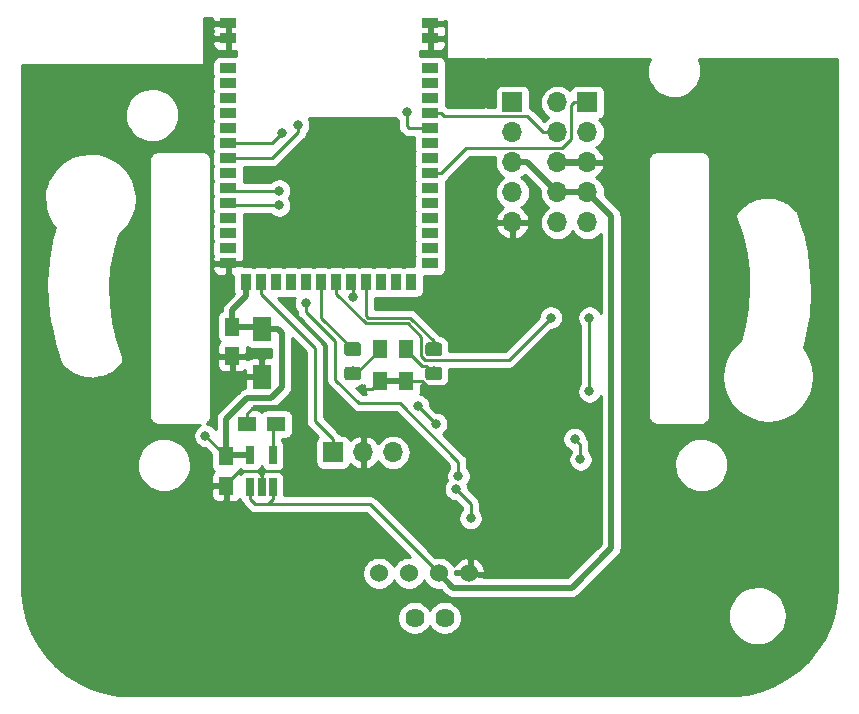
<source format=gbr>
G04 #@! TF.GenerationSoftware,KiCad,Pcbnew,(5.1.2)-2*
G04 #@! TF.CreationDate,2019-09-14T17:42:31+02:00*
G04 #@! TF.ProjectId,Inwall_Top,496e7761-6c6c-45f5-946f-702e6b696361,rev?*
G04 #@! TF.SameCoordinates,Original*
G04 #@! TF.FileFunction,Copper,L1,Top*
G04 #@! TF.FilePolarity,Positive*
%FSLAX46Y46*%
G04 Gerber Fmt 4.6, Leading zero omitted, Abs format (unit mm)*
G04 Created by KiCad (PCBNEW (5.1.2)-2) date 2019-09-14 17:42:31*
%MOMM*%
%LPD*%
G04 APERTURE LIST*
%ADD10R,1.400000X0.900000*%
%ADD11R,1.400000X0.930000*%
%ADD12R,0.900000X1.400000*%
%ADD13R,1.250000X1.500000*%
%ADD14R,1.600000X2.000000*%
%ADD15C,0.100000*%
%ADD16C,1.150000*%
%ADD17R,1.700000X1.700000*%
%ADD18O,1.700000X1.700000*%
%ADD19R,1.300000X1.500000*%
%ADD20R,0.650000X1.560000*%
%ADD21R,1.500000X1.250000*%
%ADD22C,1.524000*%
%ADD23C,1.624000*%
%ADD24C,0.800000*%
%ADD25C,0.256000*%
%ADD26C,0.500000*%
%ADD27C,0.250000*%
%ADD28C,0.254000*%
G04 APERTURE END LIST*
D10*
X90675000Y-63395000D03*
X107775000Y-63395000D03*
X107775000Y-79905000D03*
D11*
X90675000Y-59585000D03*
X90675000Y-60855000D03*
D12*
X102350000Y-81500000D03*
X101080000Y-81490000D03*
X99810000Y-81500000D03*
X98540000Y-81500000D03*
X97270000Y-81500000D03*
X96000000Y-81500000D03*
X94730000Y-81500000D03*
D10*
X90675000Y-79905000D03*
D12*
X93460000Y-81500000D03*
X92190000Y-81500000D03*
X103620000Y-81500000D03*
X104890000Y-81500000D03*
X106160000Y-81500000D03*
D10*
X90675000Y-78635000D03*
X90675000Y-77365000D03*
X90675000Y-76095000D03*
X90675000Y-74825000D03*
X90675000Y-73555000D03*
X90675000Y-72285000D03*
X90675000Y-71015000D03*
X90675000Y-69745000D03*
X90675000Y-68475000D03*
X90675000Y-67205000D03*
X90675000Y-65935000D03*
X90675000Y-64665000D03*
X107775000Y-78635000D03*
X107775000Y-77365000D03*
X107775000Y-76095000D03*
X107775000Y-74825000D03*
X107775000Y-73555000D03*
X107775000Y-72285000D03*
X107775000Y-71015000D03*
X107775000Y-69745000D03*
X107775000Y-68475000D03*
X107775000Y-67205000D03*
X107775000Y-65935000D03*
X107775000Y-64665000D03*
D11*
X107775000Y-60855000D03*
X107775000Y-59585000D03*
D13*
X91000000Y-85250000D03*
X91000000Y-87750000D03*
D14*
X93500000Y-89500000D03*
X93500000Y-85500000D03*
D15*
G36*
X101684505Y-88644204D02*
G01*
X101708773Y-88647804D01*
X101732572Y-88653765D01*
X101755671Y-88662030D01*
X101777850Y-88672520D01*
X101798893Y-88685132D01*
X101818599Y-88699747D01*
X101836777Y-88716223D01*
X101853253Y-88734401D01*
X101867868Y-88754107D01*
X101880480Y-88775150D01*
X101890970Y-88797329D01*
X101899235Y-88820428D01*
X101905196Y-88844227D01*
X101908796Y-88868495D01*
X101910000Y-88892999D01*
X101910000Y-89543001D01*
X101908796Y-89567505D01*
X101905196Y-89591773D01*
X101899235Y-89615572D01*
X101890970Y-89638671D01*
X101880480Y-89660850D01*
X101867868Y-89681893D01*
X101853253Y-89701599D01*
X101836777Y-89719777D01*
X101818599Y-89736253D01*
X101798893Y-89750868D01*
X101777850Y-89763480D01*
X101755671Y-89773970D01*
X101732572Y-89782235D01*
X101708773Y-89788196D01*
X101684505Y-89791796D01*
X101660001Y-89793000D01*
X100759999Y-89793000D01*
X100735495Y-89791796D01*
X100711227Y-89788196D01*
X100687428Y-89782235D01*
X100664329Y-89773970D01*
X100642150Y-89763480D01*
X100621107Y-89750868D01*
X100601401Y-89736253D01*
X100583223Y-89719777D01*
X100566747Y-89701599D01*
X100552132Y-89681893D01*
X100539520Y-89660850D01*
X100529030Y-89638671D01*
X100520765Y-89615572D01*
X100514804Y-89591773D01*
X100511204Y-89567505D01*
X100510000Y-89543001D01*
X100510000Y-88892999D01*
X100511204Y-88868495D01*
X100514804Y-88844227D01*
X100520765Y-88820428D01*
X100529030Y-88797329D01*
X100539520Y-88775150D01*
X100552132Y-88754107D01*
X100566747Y-88734401D01*
X100583223Y-88716223D01*
X100601401Y-88699747D01*
X100621107Y-88685132D01*
X100642150Y-88672520D01*
X100664329Y-88662030D01*
X100687428Y-88653765D01*
X100711227Y-88647804D01*
X100735495Y-88644204D01*
X100759999Y-88643000D01*
X101660001Y-88643000D01*
X101684505Y-88644204D01*
X101684505Y-88644204D01*
G37*
D16*
X101210000Y-89218000D03*
D15*
G36*
X101684505Y-86594204D02*
G01*
X101708773Y-86597804D01*
X101732572Y-86603765D01*
X101755671Y-86612030D01*
X101777850Y-86622520D01*
X101798893Y-86635132D01*
X101818599Y-86649747D01*
X101836777Y-86666223D01*
X101853253Y-86684401D01*
X101867868Y-86704107D01*
X101880480Y-86725150D01*
X101890970Y-86747329D01*
X101899235Y-86770428D01*
X101905196Y-86794227D01*
X101908796Y-86818495D01*
X101910000Y-86842999D01*
X101910000Y-87493001D01*
X101908796Y-87517505D01*
X101905196Y-87541773D01*
X101899235Y-87565572D01*
X101890970Y-87588671D01*
X101880480Y-87610850D01*
X101867868Y-87631893D01*
X101853253Y-87651599D01*
X101836777Y-87669777D01*
X101818599Y-87686253D01*
X101798893Y-87700868D01*
X101777850Y-87713480D01*
X101755671Y-87723970D01*
X101732572Y-87732235D01*
X101708773Y-87738196D01*
X101684505Y-87741796D01*
X101660001Y-87743000D01*
X100759999Y-87743000D01*
X100735495Y-87741796D01*
X100711227Y-87738196D01*
X100687428Y-87732235D01*
X100664329Y-87723970D01*
X100642150Y-87713480D01*
X100621107Y-87700868D01*
X100601401Y-87686253D01*
X100583223Y-87669777D01*
X100566747Y-87651599D01*
X100552132Y-87631893D01*
X100539520Y-87610850D01*
X100529030Y-87588671D01*
X100520765Y-87565572D01*
X100514804Y-87541773D01*
X100511204Y-87517505D01*
X100510000Y-87493001D01*
X100510000Y-86842999D01*
X100511204Y-86818495D01*
X100514804Y-86794227D01*
X100520765Y-86770428D01*
X100529030Y-86747329D01*
X100539520Y-86725150D01*
X100552132Y-86704107D01*
X100566747Y-86684401D01*
X100583223Y-86666223D01*
X100601401Y-86649747D01*
X100621107Y-86635132D01*
X100642150Y-86622520D01*
X100664329Y-86612030D01*
X100687428Y-86603765D01*
X100711227Y-86597804D01*
X100735495Y-86594204D01*
X100759999Y-86593000D01*
X101660001Y-86593000D01*
X101684505Y-86594204D01*
X101684505Y-86594204D01*
G37*
D16*
X101210000Y-87168000D03*
D15*
G36*
X108542505Y-86603204D02*
G01*
X108566773Y-86606804D01*
X108590572Y-86612765D01*
X108613671Y-86621030D01*
X108635850Y-86631520D01*
X108656893Y-86644132D01*
X108676599Y-86658747D01*
X108694777Y-86675223D01*
X108711253Y-86693401D01*
X108725868Y-86713107D01*
X108738480Y-86734150D01*
X108748970Y-86756329D01*
X108757235Y-86779428D01*
X108763196Y-86803227D01*
X108766796Y-86827495D01*
X108768000Y-86851999D01*
X108768000Y-87502001D01*
X108766796Y-87526505D01*
X108763196Y-87550773D01*
X108757235Y-87574572D01*
X108748970Y-87597671D01*
X108738480Y-87619850D01*
X108725868Y-87640893D01*
X108711253Y-87660599D01*
X108694777Y-87678777D01*
X108676599Y-87695253D01*
X108656893Y-87709868D01*
X108635850Y-87722480D01*
X108613671Y-87732970D01*
X108590572Y-87741235D01*
X108566773Y-87747196D01*
X108542505Y-87750796D01*
X108518001Y-87752000D01*
X107617999Y-87752000D01*
X107593495Y-87750796D01*
X107569227Y-87747196D01*
X107545428Y-87741235D01*
X107522329Y-87732970D01*
X107500150Y-87722480D01*
X107479107Y-87709868D01*
X107459401Y-87695253D01*
X107441223Y-87678777D01*
X107424747Y-87660599D01*
X107410132Y-87640893D01*
X107397520Y-87619850D01*
X107387030Y-87597671D01*
X107378765Y-87574572D01*
X107372804Y-87550773D01*
X107369204Y-87526505D01*
X107368000Y-87502001D01*
X107368000Y-86851999D01*
X107369204Y-86827495D01*
X107372804Y-86803227D01*
X107378765Y-86779428D01*
X107387030Y-86756329D01*
X107397520Y-86734150D01*
X107410132Y-86713107D01*
X107424747Y-86693401D01*
X107441223Y-86675223D01*
X107459401Y-86658747D01*
X107479107Y-86644132D01*
X107500150Y-86631520D01*
X107522329Y-86621030D01*
X107545428Y-86612765D01*
X107569227Y-86606804D01*
X107593495Y-86603204D01*
X107617999Y-86602000D01*
X108518001Y-86602000D01*
X108542505Y-86603204D01*
X108542505Y-86603204D01*
G37*
D16*
X108068000Y-87177000D03*
D15*
G36*
X108542505Y-88653204D02*
G01*
X108566773Y-88656804D01*
X108590572Y-88662765D01*
X108613671Y-88671030D01*
X108635850Y-88681520D01*
X108656893Y-88694132D01*
X108676599Y-88708747D01*
X108694777Y-88725223D01*
X108711253Y-88743401D01*
X108725868Y-88763107D01*
X108738480Y-88784150D01*
X108748970Y-88806329D01*
X108757235Y-88829428D01*
X108763196Y-88853227D01*
X108766796Y-88877495D01*
X108768000Y-88901999D01*
X108768000Y-89552001D01*
X108766796Y-89576505D01*
X108763196Y-89600773D01*
X108757235Y-89624572D01*
X108748970Y-89647671D01*
X108738480Y-89669850D01*
X108725868Y-89690893D01*
X108711253Y-89710599D01*
X108694777Y-89728777D01*
X108676599Y-89745253D01*
X108656893Y-89759868D01*
X108635850Y-89772480D01*
X108613671Y-89782970D01*
X108590572Y-89791235D01*
X108566773Y-89797196D01*
X108542505Y-89800796D01*
X108518001Y-89802000D01*
X107617999Y-89802000D01*
X107593495Y-89800796D01*
X107569227Y-89797196D01*
X107545428Y-89791235D01*
X107522329Y-89782970D01*
X107500150Y-89772480D01*
X107479107Y-89759868D01*
X107459401Y-89745253D01*
X107441223Y-89728777D01*
X107424747Y-89710599D01*
X107410132Y-89690893D01*
X107397520Y-89669850D01*
X107387030Y-89647671D01*
X107378765Y-89624572D01*
X107372804Y-89600773D01*
X107369204Y-89576505D01*
X107368000Y-89552001D01*
X107368000Y-88901999D01*
X107369204Y-88877495D01*
X107372804Y-88853227D01*
X107378765Y-88829428D01*
X107387030Y-88806329D01*
X107397520Y-88784150D01*
X107410132Y-88763107D01*
X107424747Y-88743401D01*
X107441223Y-88725223D01*
X107459401Y-88708747D01*
X107479107Y-88694132D01*
X107500150Y-88681520D01*
X107522329Y-88671030D01*
X107545428Y-88662765D01*
X107569227Y-88656804D01*
X107593495Y-88653204D01*
X107617999Y-88652000D01*
X108518001Y-88652000D01*
X108542505Y-88653204D01*
X108542505Y-88653204D01*
G37*
D16*
X108068000Y-89227000D03*
D17*
X114732000Y-66268000D03*
D18*
X114732000Y-68808000D03*
X114732000Y-71348000D03*
X114732000Y-73888000D03*
X114732000Y-76428000D03*
D17*
X121082000Y-66268000D03*
D18*
X118542000Y-66268000D03*
X121082000Y-68808000D03*
X118542000Y-68808000D03*
X121082000Y-71348000D03*
X118542000Y-71348000D03*
X121082000Y-73888000D03*
X118542000Y-73888000D03*
X121082000Y-76428000D03*
X118542000Y-76428000D03*
D19*
X103500000Y-89850000D03*
X103500000Y-87150000D03*
X105750000Y-89850000D03*
X105750000Y-87150000D03*
D20*
X92550000Y-98850000D03*
X93500000Y-98850000D03*
X94450000Y-98850000D03*
X94450000Y-96150000D03*
X92550000Y-96150000D03*
D18*
X104630000Y-95900000D03*
X102090000Y-95900000D03*
D17*
X99550000Y-95900000D03*
D13*
X90500000Y-98750000D03*
X90500000Y-96250000D03*
D21*
X92250000Y-93500000D03*
X94750000Y-93500000D03*
D22*
X111054940Y-106138020D03*
X103434940Y-106138020D03*
X105974940Y-106138020D03*
X108514940Y-106138020D03*
D23*
X108995000Y-109915000D03*
X106455000Y-109915000D03*
D24*
X96400000Y-92500000D03*
X102000000Y-90500000D03*
X111750000Y-90250000D03*
X96600000Y-68175000D03*
X95200000Y-68900000D03*
X105800000Y-67100000D03*
X88750000Y-94500000D03*
X101250000Y-82750000D03*
X121250000Y-84500000D03*
X121250000Y-90750000D03*
X118000000Y-84500000D03*
X120500000Y-96500000D03*
X120000000Y-94772000D03*
X111200000Y-101478000D03*
X109950000Y-99000000D03*
X97250000Y-83250000D03*
X95000000Y-73750000D03*
X110161774Y-97911774D03*
X95000000Y-75000000D03*
X108250000Y-93500000D03*
X106750000Y-92000000D03*
D25*
X93466000Y-89592000D02*
X93720000Y-89846000D01*
D26*
X118542000Y-71348000D02*
X121082000Y-71348000D01*
D25*
X93500000Y-97814000D02*
X93186000Y-97500000D01*
X93500000Y-98850000D02*
X93500000Y-97814000D01*
X90500000Y-98625000D02*
X90500000Y-98750000D01*
X91625000Y-97500000D02*
X90500000Y-98625000D01*
X96100000Y-97500000D02*
X93100000Y-97500000D01*
X96400000Y-92500000D02*
X96400000Y-97200000D01*
X93100000Y-97500000D02*
X91625000Y-97500000D01*
X93186000Y-97500000D02*
X93100000Y-97500000D01*
X96400000Y-97200000D02*
X96100000Y-97500000D01*
X92250000Y-93500000D02*
X92250000Y-92619000D01*
X92869000Y-92000000D02*
X95900000Y-92000000D01*
X92250000Y-92619000D02*
X92869000Y-92000000D01*
X95900000Y-92000000D02*
X96400000Y-92500000D01*
X102850000Y-90500000D02*
X103500000Y-89850000D01*
X102000000Y-90500000D02*
X102850000Y-90500000D01*
X103500000Y-89850000D02*
X105750000Y-89850000D01*
X107498568Y-90250000D02*
X111750000Y-90250000D01*
X107098568Y-89850000D02*
X107498568Y-90250000D01*
X105750000Y-89850000D02*
X107098568Y-89850000D01*
X107775000Y-59585000D02*
X107775000Y-60855000D01*
X90675000Y-59585000D02*
X90675000Y-60855000D01*
D27*
X90675000Y-71015000D02*
X94385000Y-71015000D01*
X96600000Y-68800000D02*
X96600000Y-68175000D01*
X94385000Y-71015000D02*
X96600000Y-68800000D01*
X90675000Y-69745000D02*
X94355000Y-69745000D01*
X94355000Y-69745000D02*
X95200000Y-68900000D01*
D25*
X92550000Y-99886000D02*
X92964000Y-100300000D01*
X92550000Y-98850000D02*
X92550000Y-99886000D01*
X94450000Y-99886000D02*
X94450000Y-98850000D01*
X94036000Y-100300000D02*
X94450000Y-99886000D01*
X92964000Y-100300000D02*
X94036000Y-100300000D01*
X102676920Y-100300000D02*
X108514940Y-106138020D01*
X94036000Y-100300000D02*
X102676920Y-100300000D01*
D26*
X109726941Y-107350021D02*
X119749979Y-107350021D01*
X108514940Y-106138020D02*
X109726941Y-107350021D01*
X119749979Y-107350021D02*
X123100000Y-104000000D01*
X123100000Y-75906000D02*
X121082000Y-73888000D01*
X123100000Y-104000000D02*
X123100000Y-75906000D01*
X121082000Y-73888000D02*
X118542000Y-73888000D01*
X116002000Y-71348000D02*
X118542000Y-73888000D01*
X114732000Y-71348000D02*
X116002000Y-71348000D01*
D27*
X108725000Y-72285000D02*
X107775000Y-72285000D01*
X118916003Y-70172999D02*
X110837001Y-70172999D01*
X110837001Y-70172999D02*
X108725000Y-72285000D01*
X119717001Y-69372001D02*
X118916003Y-70172999D01*
X119717001Y-66532999D02*
X119717001Y-69372001D01*
X119982000Y-66268000D02*
X119717001Y-66532999D01*
X121082000Y-66268000D02*
X119982000Y-66268000D01*
X105800000Y-67100000D02*
X105800000Y-68300000D01*
X105975000Y-68475000D02*
X107775000Y-68475000D01*
X105800000Y-68300000D02*
X105975000Y-68475000D01*
X108725000Y-67205000D02*
X107775000Y-67205000D01*
X108963001Y-67443001D02*
X108725000Y-67205000D01*
X115974920Y-67443001D02*
X108963001Y-67443001D01*
X117339919Y-68808000D02*
X115974920Y-67443001D01*
X118542000Y-68808000D02*
X117339919Y-68808000D01*
D26*
X91000000Y-83890000D02*
X91000000Y-85250000D01*
X92190000Y-81500000D02*
X92190000Y-82700000D01*
X92190000Y-82700000D02*
X91000000Y-83890000D01*
X93250000Y-85250000D02*
X93500000Y-85500000D01*
X91000000Y-85250000D02*
X93250000Y-85250000D01*
X90600000Y-96150000D02*
X90500000Y-96250000D01*
X92550000Y-96150000D02*
X90600000Y-96150000D01*
X94900000Y-85500000D02*
X93500000Y-85500000D01*
X90500000Y-93100000D02*
X92300000Y-91300000D01*
X90500000Y-96250000D02*
X90500000Y-93100000D01*
X92300000Y-91300000D02*
X94310002Y-91300000D01*
X94310002Y-91300000D02*
X95200000Y-90410002D01*
X95200000Y-90410002D02*
X95200000Y-85800000D01*
X95200000Y-85800000D02*
X94900000Y-85500000D01*
D25*
X88750000Y-94500000D02*
X90500000Y-96250000D01*
X101250000Y-81660000D02*
X101080000Y-81490000D01*
X101250000Y-82750000D02*
X101250000Y-81660000D01*
X121250000Y-84500000D02*
X121250000Y-90750000D01*
X99810000Y-82456000D02*
X99810000Y-81500000D01*
X102310010Y-84956010D02*
X99810000Y-82456000D01*
X105877116Y-84956010D02*
X102310010Y-84956010D01*
X107039990Y-86118884D02*
X105877116Y-84956010D01*
X107378578Y-88080010D02*
X107039990Y-87741422D01*
X107039990Y-87741422D02*
X107039990Y-86118884D01*
X114419990Y-88080010D02*
X107378578Y-88080010D01*
X118000000Y-84500000D02*
X114419990Y-88080010D01*
X94450000Y-93800000D02*
X94750000Y-93500000D01*
X94450000Y-96150000D02*
X94450000Y-93800000D01*
X98540000Y-84498000D02*
X98540000Y-81500000D01*
X101210000Y-87168000D02*
X98540000Y-84498000D01*
X101532000Y-89218000D02*
X101210000Y-89218000D01*
X103500000Y-87250000D02*
X101532000Y-89218000D01*
X103500000Y-87150000D02*
X103500000Y-87250000D01*
X107444628Y-88603628D02*
X108068000Y-89227000D01*
X107103628Y-88603628D02*
X107444628Y-88603628D01*
X105750000Y-87250000D02*
X107103628Y-88603628D01*
X105750000Y-87150000D02*
X105750000Y-87250000D01*
D27*
X108350000Y-86895000D02*
X108068000Y-87177000D01*
D25*
X108068000Y-86502000D02*
X106066000Y-84500000D01*
X108068000Y-87177000D02*
X108068000Y-86502000D01*
X106066000Y-84500000D02*
X102500000Y-84500000D01*
X102350000Y-84350000D02*
X102350000Y-81500000D01*
X102500000Y-84500000D02*
X102350000Y-84350000D01*
X120500000Y-96500000D02*
X120500000Y-95272000D01*
X120500000Y-95272000D02*
X120000000Y-94772000D01*
X93460000Y-81500000D02*
X93460000Y-82510000D01*
X93460000Y-82510000D02*
X98000000Y-87050000D01*
X99550000Y-94794000D02*
X99550000Y-95900000D01*
X98000000Y-93244000D02*
X99550000Y-94794000D01*
X98000000Y-87050000D02*
X98000000Y-93244000D01*
X111200000Y-101478000D02*
X111200000Y-100250000D01*
X111200000Y-100250000D02*
X109950000Y-99000000D01*
X105231600Y-91750000D02*
X101750000Y-91750000D01*
X101750000Y-91750000D02*
X99750000Y-89750000D01*
X99750000Y-89750000D02*
X99750000Y-86500000D01*
X99750000Y-86500000D02*
X97250000Y-84000000D01*
X97250000Y-84000000D02*
X97250000Y-83250000D01*
X90870000Y-73750000D02*
X90675000Y-73555000D01*
X95000000Y-73750000D02*
X90870000Y-73750000D01*
X110161774Y-96680174D02*
X105231600Y-91750000D01*
X110161774Y-97911774D02*
X110161774Y-96680174D01*
X90850000Y-75000000D02*
X90675000Y-74825000D01*
X95000000Y-75000000D02*
X90850000Y-75000000D01*
X108250000Y-93500000D02*
X106750000Y-92000000D01*
D28*
G36*
X89340000Y-59299250D02*
G01*
X89498750Y-59458000D01*
X90548000Y-59458000D01*
X90548000Y-59438000D01*
X90802000Y-59438000D01*
X90802000Y-59458000D01*
X90822000Y-59458000D01*
X90822000Y-59712000D01*
X90802000Y-59712000D01*
X90802000Y-60728000D01*
X90822000Y-60728000D01*
X90822000Y-60982000D01*
X90802000Y-60982000D01*
X90802000Y-61796250D01*
X90960750Y-61955000D01*
X91373000Y-61958057D01*
X91373000Y-62306928D01*
X89975000Y-62306928D01*
X89850518Y-62319188D01*
X89730820Y-62355498D01*
X89620506Y-62414463D01*
X89523815Y-62493815D01*
X89444463Y-62590506D01*
X89385498Y-62700820D01*
X89349188Y-62820518D01*
X89336928Y-62945000D01*
X89336928Y-63845000D01*
X89349188Y-63969482D01*
X89367546Y-64030000D01*
X89349188Y-64090518D01*
X89336928Y-64215000D01*
X89336928Y-65115000D01*
X89349188Y-65239482D01*
X89367546Y-65300000D01*
X89349188Y-65360518D01*
X89336928Y-65485000D01*
X89336928Y-66385000D01*
X89349188Y-66509482D01*
X89367546Y-66570000D01*
X89349188Y-66630518D01*
X89336928Y-66755000D01*
X89336928Y-67655000D01*
X89349188Y-67779482D01*
X89367546Y-67840000D01*
X89349188Y-67900518D01*
X89336928Y-68025000D01*
X89336928Y-68925000D01*
X89349188Y-69049482D01*
X89367546Y-69110000D01*
X89349188Y-69170518D01*
X89336928Y-69295000D01*
X89336928Y-70195000D01*
X89349188Y-70319482D01*
X89367546Y-70380000D01*
X89349188Y-70440518D01*
X89336928Y-70565000D01*
X89336928Y-71465000D01*
X89349188Y-71589482D01*
X89367546Y-71650000D01*
X89349188Y-71710518D01*
X89336928Y-71835000D01*
X89336928Y-72735000D01*
X89349188Y-72859482D01*
X89367546Y-72920000D01*
X89349188Y-72980518D01*
X89336928Y-73105000D01*
X89336928Y-74005000D01*
X89349188Y-74129482D01*
X89367546Y-74190000D01*
X89349188Y-74250518D01*
X89336928Y-74375000D01*
X89336928Y-75275000D01*
X89349188Y-75399482D01*
X89367546Y-75460000D01*
X89349188Y-75520518D01*
X89336928Y-75645000D01*
X89336928Y-76545000D01*
X89349188Y-76669482D01*
X89367546Y-76730000D01*
X89349188Y-76790518D01*
X89336928Y-76915000D01*
X89336928Y-77815000D01*
X89349188Y-77939482D01*
X89367546Y-78000000D01*
X89349188Y-78060518D01*
X89336928Y-78185000D01*
X89336928Y-79085000D01*
X89349188Y-79209482D01*
X89367546Y-79270000D01*
X89349188Y-79330518D01*
X89336928Y-79455000D01*
X89340000Y-79619250D01*
X89498750Y-79778000D01*
X90548000Y-79778000D01*
X90548000Y-79758000D01*
X90802000Y-79758000D01*
X90802000Y-79778000D01*
X91851250Y-79778000D01*
X92010000Y-79619250D01*
X92013072Y-79455000D01*
X92000812Y-79330518D01*
X91982454Y-79270000D01*
X92000812Y-79209482D01*
X92013072Y-79085000D01*
X92013072Y-78185000D01*
X92000812Y-78060518D01*
X91982454Y-78000000D01*
X92000812Y-77939482D01*
X92013072Y-77815000D01*
X92013072Y-76915000D01*
X92000812Y-76790518D01*
X91982454Y-76730000D01*
X92000812Y-76669482D01*
X92013072Y-76545000D01*
X92013072Y-75763000D01*
X94299289Y-75763000D01*
X94340226Y-75803937D01*
X94509744Y-75917205D01*
X94698102Y-75995226D01*
X94898061Y-76035000D01*
X95101939Y-76035000D01*
X95301898Y-75995226D01*
X95490256Y-75917205D01*
X95659774Y-75803937D01*
X95803937Y-75659774D01*
X95917205Y-75490256D01*
X95995226Y-75301898D01*
X96035000Y-75101939D01*
X96035000Y-74898061D01*
X95995226Y-74698102D01*
X95917205Y-74509744D01*
X95827172Y-74375000D01*
X95917205Y-74240256D01*
X95995226Y-74051898D01*
X96035000Y-73851939D01*
X96035000Y-73648061D01*
X95995226Y-73448102D01*
X95917205Y-73259744D01*
X95803937Y-73090226D01*
X95659774Y-72946063D01*
X95490256Y-72832795D01*
X95301898Y-72754774D01*
X95101939Y-72715000D01*
X94898061Y-72715000D01*
X94698102Y-72754774D01*
X94509744Y-72832795D01*
X94340226Y-72946063D01*
X94299289Y-72987000D01*
X92001450Y-72987000D01*
X92000812Y-72980518D01*
X91982454Y-72920000D01*
X92000812Y-72859482D01*
X92013072Y-72735000D01*
X92013072Y-71835000D01*
X92007163Y-71775000D01*
X94347678Y-71775000D01*
X94385000Y-71778676D01*
X94422322Y-71775000D01*
X94422333Y-71775000D01*
X94533986Y-71764003D01*
X94677247Y-71720546D01*
X94809276Y-71649974D01*
X94925001Y-71555001D01*
X94948804Y-71525997D01*
X97111004Y-69363798D01*
X97140001Y-69340001D01*
X97190275Y-69278742D01*
X97234974Y-69224277D01*
X97305546Y-69092247D01*
X97314212Y-69063677D01*
X97349003Y-68948986D01*
X97355479Y-68883232D01*
X97403937Y-68834774D01*
X97517205Y-68665256D01*
X97595226Y-68476898D01*
X97635000Y-68276939D01*
X97635000Y-68073061D01*
X97595226Y-67873102D01*
X97517205Y-67684744D01*
X97478622Y-67627000D01*
X104907346Y-67627000D01*
X104996063Y-67759774D01*
X105040001Y-67803712D01*
X105040001Y-68262668D01*
X105036324Y-68300000D01*
X105050998Y-68448985D01*
X105094454Y-68592246D01*
X105165026Y-68724276D01*
X105233737Y-68808000D01*
X105260000Y-68840001D01*
X105288997Y-68863798D01*
X105411200Y-68986002D01*
X105434999Y-69015001D01*
X105550724Y-69109974D01*
X105682753Y-69180546D01*
X105826014Y-69224003D01*
X105937667Y-69235000D01*
X105937676Y-69235000D01*
X105974999Y-69238676D01*
X106012322Y-69235000D01*
X106442837Y-69235000D01*
X106436928Y-69295000D01*
X106436928Y-70195000D01*
X106449188Y-70319482D01*
X106467546Y-70380000D01*
X106449188Y-70440518D01*
X106436928Y-70565000D01*
X106436928Y-71465000D01*
X106449188Y-71589482D01*
X106467546Y-71650000D01*
X106449188Y-71710518D01*
X106436928Y-71835000D01*
X106436928Y-72735000D01*
X106449188Y-72859482D01*
X106467546Y-72920000D01*
X106449188Y-72980518D01*
X106436928Y-73105000D01*
X106436928Y-74005000D01*
X106449188Y-74129482D01*
X106467546Y-74190000D01*
X106449188Y-74250518D01*
X106436928Y-74375000D01*
X106436928Y-75275000D01*
X106449188Y-75399482D01*
X106467546Y-75460000D01*
X106449188Y-75520518D01*
X106436928Y-75645000D01*
X106436928Y-76545000D01*
X106449188Y-76669482D01*
X106467546Y-76730000D01*
X106449188Y-76790518D01*
X106436928Y-76915000D01*
X106436928Y-77815000D01*
X106449188Y-77939482D01*
X106467546Y-78000000D01*
X106449188Y-78060518D01*
X106436928Y-78185000D01*
X106436928Y-79085000D01*
X106449188Y-79209482D01*
X106467546Y-79270000D01*
X106449188Y-79330518D01*
X106436928Y-79455000D01*
X106436928Y-80161928D01*
X105710000Y-80161928D01*
X105585518Y-80174188D01*
X105525000Y-80192546D01*
X105464482Y-80174188D01*
X105340000Y-80161928D01*
X104440000Y-80161928D01*
X104315518Y-80174188D01*
X104255000Y-80192546D01*
X104194482Y-80174188D01*
X104070000Y-80161928D01*
X103170000Y-80161928D01*
X103045518Y-80174188D01*
X102985000Y-80192546D01*
X102924482Y-80174188D01*
X102800000Y-80161928D01*
X101900000Y-80161928D01*
X101775518Y-80174188D01*
X101731483Y-80187546D01*
X101654482Y-80164188D01*
X101530000Y-80151928D01*
X100630000Y-80151928D01*
X100505518Y-80164188D01*
X100428517Y-80187546D01*
X100384482Y-80174188D01*
X100260000Y-80161928D01*
X99360000Y-80161928D01*
X99235518Y-80174188D01*
X99175000Y-80192546D01*
X99114482Y-80174188D01*
X98990000Y-80161928D01*
X98090000Y-80161928D01*
X97965518Y-80174188D01*
X97905000Y-80192546D01*
X97844482Y-80174188D01*
X97720000Y-80161928D01*
X96820000Y-80161928D01*
X96695518Y-80174188D01*
X96635000Y-80192546D01*
X96574482Y-80174188D01*
X96450000Y-80161928D01*
X95550000Y-80161928D01*
X95425518Y-80174188D01*
X95365000Y-80192546D01*
X95304482Y-80174188D01*
X95180000Y-80161928D01*
X94280000Y-80161928D01*
X94155518Y-80174188D01*
X94095000Y-80192546D01*
X94034482Y-80174188D01*
X93910000Y-80161928D01*
X93010000Y-80161928D01*
X92885518Y-80174188D01*
X92825000Y-80192546D01*
X92764482Y-80174188D01*
X92640000Y-80161928D01*
X91981178Y-80161928D01*
X91851250Y-80032000D01*
X90802000Y-80032000D01*
X90802000Y-80831250D01*
X90960750Y-80990000D01*
X91101928Y-80991047D01*
X91101928Y-82200000D01*
X91114188Y-82324482D01*
X91150498Y-82444180D01*
X91165735Y-82472686D01*
X90404956Y-83233466D01*
X90371183Y-83261183D01*
X90260589Y-83395942D01*
X90178411Y-83549688D01*
X90155383Y-83625600D01*
X90129016Y-83712520D01*
X90127805Y-83716511D01*
X90115000Y-83846524D01*
X90115000Y-83846531D01*
X90110719Y-83890000D01*
X90113642Y-83919680D01*
X90020506Y-83969463D01*
X89923815Y-84048815D01*
X89844463Y-84145506D01*
X89785498Y-84255820D01*
X89749188Y-84375518D01*
X89736928Y-84500000D01*
X89736928Y-86000000D01*
X89749188Y-86124482D01*
X89785498Y-86244180D01*
X89844463Y-86354494D01*
X89923815Y-86451185D01*
X89983296Y-86500000D01*
X89923815Y-86548815D01*
X89844463Y-86645506D01*
X89785498Y-86755820D01*
X89749188Y-86875518D01*
X89736928Y-87000000D01*
X89740000Y-87464250D01*
X89898750Y-87623000D01*
X90873000Y-87623000D01*
X90873000Y-87603000D01*
X91127000Y-87603000D01*
X91127000Y-87623000D01*
X92101250Y-87623000D01*
X92260000Y-87464250D01*
X92263072Y-87000000D01*
X92259095Y-86959622D01*
X92345506Y-87030537D01*
X92455820Y-87089502D01*
X92575518Y-87125812D01*
X92700000Y-87138072D01*
X94300000Y-87138072D01*
X94315001Y-87136595D01*
X94315001Y-87863405D01*
X94300000Y-87861928D01*
X93785750Y-87865000D01*
X93627000Y-88023750D01*
X93627000Y-89373000D01*
X93647000Y-89373000D01*
X93647000Y-89627000D01*
X93627000Y-89627000D01*
X93627000Y-89647000D01*
X93373000Y-89647000D01*
X93373000Y-89627000D01*
X92223750Y-89627000D01*
X92065000Y-89785750D01*
X92062155Y-90447327D01*
X91959687Y-90478411D01*
X91805941Y-90560589D01*
X91805939Y-90560590D01*
X91805940Y-90560590D01*
X91704953Y-90643468D01*
X91704951Y-90643470D01*
X91671183Y-90671183D01*
X91643470Y-90704951D01*
X89904951Y-92443471D01*
X89871184Y-92471183D01*
X89843471Y-92504951D01*
X89843468Y-92504954D01*
X89760590Y-92605941D01*
X89678412Y-92759687D01*
X89627805Y-92926510D01*
X89610719Y-93100000D01*
X89615001Y-93143479D01*
X89615001Y-93931615D01*
X89553937Y-93840226D01*
X89409774Y-93696063D01*
X89240256Y-93582795D01*
X89051898Y-93504774D01*
X88851939Y-93465000D01*
X88840127Y-93465000D01*
X88890543Y-93438052D01*
X89002461Y-93346203D01*
X89094310Y-93234285D01*
X89162560Y-93106598D01*
X89204588Y-92968050D01*
X89218779Y-92823965D01*
X89215223Y-92787860D01*
X89215223Y-88500000D01*
X89736928Y-88500000D01*
X89749188Y-88624482D01*
X89785498Y-88744180D01*
X89844463Y-88854494D01*
X89923815Y-88951185D01*
X90020506Y-89030537D01*
X90130820Y-89089502D01*
X90250518Y-89125812D01*
X90375000Y-89138072D01*
X90714250Y-89135000D01*
X90873000Y-88976250D01*
X90873000Y-87877000D01*
X91127000Y-87877000D01*
X91127000Y-88976250D01*
X91285750Y-89135000D01*
X91625000Y-89138072D01*
X91749482Y-89125812D01*
X91869180Y-89089502D01*
X91979494Y-89030537D01*
X92063912Y-88961257D01*
X92065000Y-89214250D01*
X92223750Y-89373000D01*
X93373000Y-89373000D01*
X93373000Y-88023750D01*
X93214250Y-87865000D01*
X92700000Y-87861928D01*
X92575518Y-87874188D01*
X92455820Y-87910498D01*
X92345506Y-87969463D01*
X92260026Y-88039615D01*
X92260000Y-88035750D01*
X92101250Y-87877000D01*
X91127000Y-87877000D01*
X90873000Y-87877000D01*
X89898750Y-87877000D01*
X89740000Y-88035750D01*
X89736928Y-88500000D01*
X89215223Y-88500000D01*
X89215223Y-80355000D01*
X89336928Y-80355000D01*
X89349188Y-80479482D01*
X89385498Y-80599180D01*
X89444463Y-80709494D01*
X89523815Y-80806185D01*
X89620506Y-80885537D01*
X89730820Y-80944502D01*
X89850518Y-80980812D01*
X89975000Y-80993072D01*
X90389250Y-80990000D01*
X90548000Y-80831250D01*
X90548000Y-80032000D01*
X89498750Y-80032000D01*
X89340000Y-80190750D01*
X89336928Y-80355000D01*
X89215223Y-80355000D01*
X89215223Y-71160070D01*
X89218779Y-71123965D01*
X89204588Y-70979880D01*
X89162560Y-70841332D01*
X89094310Y-70713645D01*
X89002461Y-70601727D01*
X88890543Y-70509878D01*
X88762856Y-70441628D01*
X88624308Y-70399600D01*
X88516328Y-70388965D01*
X88480223Y-70385409D01*
X88444118Y-70388965D01*
X84766328Y-70388965D01*
X84730223Y-70385409D01*
X84694118Y-70388965D01*
X84586138Y-70399600D01*
X84447590Y-70441628D01*
X84319903Y-70509878D01*
X84207985Y-70601727D01*
X84116136Y-70713645D01*
X84047886Y-70841332D01*
X84005858Y-70979880D01*
X83991667Y-71123965D01*
X83995224Y-71160080D01*
X83995223Y-92787860D01*
X83991667Y-92823965D01*
X84005858Y-92968050D01*
X84047886Y-93106598D01*
X84116136Y-93234285D01*
X84207985Y-93346203D01*
X84265707Y-93393574D01*
X84319903Y-93438052D01*
X84447590Y-93506302D01*
X84586138Y-93548330D01*
X84730223Y-93562521D01*
X84766328Y-93558965D01*
X88317274Y-93558965D01*
X88259744Y-93582795D01*
X88090226Y-93696063D01*
X87946063Y-93840226D01*
X87832795Y-94009744D01*
X87754774Y-94198102D01*
X87715000Y-94398061D01*
X87715000Y-94601939D01*
X87754774Y-94801898D01*
X87832795Y-94990256D01*
X87946063Y-95159774D01*
X88090226Y-95303937D01*
X88259744Y-95417205D01*
X88448102Y-95495226D01*
X88648061Y-95535000D01*
X88705956Y-95535000D01*
X89236928Y-96065973D01*
X89236928Y-97000000D01*
X89249188Y-97124482D01*
X89285498Y-97244180D01*
X89344463Y-97354494D01*
X89423815Y-97451185D01*
X89483296Y-97500000D01*
X89423815Y-97548815D01*
X89344463Y-97645506D01*
X89285498Y-97755820D01*
X89249188Y-97875518D01*
X89236928Y-98000000D01*
X89240000Y-98464250D01*
X89398750Y-98623000D01*
X90373000Y-98623000D01*
X90373000Y-98603000D01*
X90627000Y-98603000D01*
X90627000Y-98623000D01*
X90647000Y-98623000D01*
X90647000Y-98877000D01*
X90627000Y-98877000D01*
X90627000Y-99976250D01*
X90785750Y-100135000D01*
X91125000Y-100138072D01*
X91249482Y-100125812D01*
X91369180Y-100089502D01*
X91479494Y-100030537D01*
X91576185Y-99951185D01*
X91637030Y-99877045D01*
X91694463Y-99984494D01*
X91773815Y-100081185D01*
X91824494Y-100122776D01*
X91841670Y-100179399D01*
X91912520Y-100311950D01*
X91983979Y-100399023D01*
X91983983Y-100399027D01*
X92007869Y-100428132D01*
X92036974Y-100452018D01*
X92397977Y-100813021D01*
X92421868Y-100842132D01*
X92538049Y-100937480D01*
X92670600Y-101008330D01*
X92814426Y-101051959D01*
X92926525Y-101063000D01*
X92926535Y-101063000D01*
X92963999Y-101066690D01*
X93001464Y-101063000D01*
X93998533Y-101063000D01*
X94036000Y-101066690D01*
X94073467Y-101063000D01*
X102360876Y-101063000D01*
X106038895Y-104741020D01*
X105837348Y-104741020D01*
X105567450Y-104794706D01*
X105313213Y-104900015D01*
X105084405Y-105052900D01*
X104889820Y-105247485D01*
X104736935Y-105476293D01*
X104704940Y-105553535D01*
X104672945Y-105476293D01*
X104520060Y-105247485D01*
X104325475Y-105052900D01*
X104096667Y-104900015D01*
X103842430Y-104794706D01*
X103572532Y-104741020D01*
X103297348Y-104741020D01*
X103027450Y-104794706D01*
X102773213Y-104900015D01*
X102544405Y-105052900D01*
X102349820Y-105247485D01*
X102196935Y-105476293D01*
X102091626Y-105730530D01*
X102037940Y-106000428D01*
X102037940Y-106275612D01*
X102091626Y-106545510D01*
X102196935Y-106799747D01*
X102349820Y-107028555D01*
X102544405Y-107223140D01*
X102773213Y-107376025D01*
X103027450Y-107481334D01*
X103297348Y-107535020D01*
X103572532Y-107535020D01*
X103842430Y-107481334D01*
X104096667Y-107376025D01*
X104325475Y-107223140D01*
X104520060Y-107028555D01*
X104672945Y-106799747D01*
X104704940Y-106722505D01*
X104736935Y-106799747D01*
X104889820Y-107028555D01*
X105084405Y-107223140D01*
X105313213Y-107376025D01*
X105567450Y-107481334D01*
X105837348Y-107535020D01*
X106112532Y-107535020D01*
X106382430Y-107481334D01*
X106636667Y-107376025D01*
X106865475Y-107223140D01*
X107060060Y-107028555D01*
X107212945Y-106799747D01*
X107244940Y-106722505D01*
X107276935Y-106799747D01*
X107429820Y-107028555D01*
X107624405Y-107223140D01*
X107853213Y-107376025D01*
X108107450Y-107481334D01*
X108377348Y-107535020D01*
X108652532Y-107535020D01*
X108659062Y-107533721D01*
X109070411Y-107945070D01*
X109098124Y-107978838D01*
X109131892Y-108006551D01*
X109131894Y-108006553D01*
X109134620Y-108008790D01*
X109232882Y-108089432D01*
X109386628Y-108171610D01*
X109553451Y-108222216D01*
X109683464Y-108235021D01*
X109683474Y-108235021D01*
X109726940Y-108239302D01*
X109770406Y-108235021D01*
X119706510Y-108235021D01*
X119749979Y-108239302D01*
X119793448Y-108235021D01*
X119793456Y-108235021D01*
X119923469Y-108222216D01*
X120090292Y-108171610D01*
X120244038Y-108089432D01*
X120378796Y-107978838D01*
X120406513Y-107945065D01*
X123695050Y-104656529D01*
X123728817Y-104628817D01*
X123839411Y-104494059D01*
X123921589Y-104340313D01*
X123972195Y-104173490D01*
X123985000Y-104043477D01*
X123985000Y-104043467D01*
X123989281Y-104000001D01*
X123985000Y-103956535D01*
X123985000Y-97007183D01*
X128420225Y-97007183D01*
X128470370Y-97454236D01*
X128606393Y-97883036D01*
X128823113Y-98277249D01*
X129112276Y-98621860D01*
X129462867Y-98903742D01*
X129861532Y-99112159D01*
X130293086Y-99239172D01*
X130741092Y-99279944D01*
X131188485Y-99232921D01*
X131618223Y-99099895D01*
X132013940Y-98885932D01*
X132360561Y-98599182D01*
X132644883Y-98250568D01*
X132856079Y-97853367D01*
X132986102Y-97422710D01*
X133030000Y-96975000D01*
X133029101Y-96910641D01*
X132972719Y-96464331D01*
X132830722Y-96037472D01*
X132608519Y-95646324D01*
X132314573Y-95305784D01*
X131960081Y-95028824D01*
X131558545Y-94825994D01*
X131125259Y-94705018D01*
X130676728Y-94670506D01*
X130230035Y-94723770D01*
X129802195Y-94862784D01*
X129409505Y-95082251D01*
X129066922Y-95373812D01*
X128787494Y-95726363D01*
X128581865Y-96126473D01*
X128457868Y-96558903D01*
X128420225Y-97007183D01*
X123985000Y-97007183D01*
X123985000Y-75949469D01*
X123989281Y-75906000D01*
X123985000Y-75862531D01*
X123985000Y-75862523D01*
X123973517Y-75745936D01*
X123972195Y-75732509D01*
X123952719Y-75668307D01*
X123921589Y-75565687D01*
X123839411Y-75411941D01*
X123815210Y-75382452D01*
X123756532Y-75310953D01*
X123756530Y-75310951D01*
X123728817Y-75277183D01*
X123695049Y-75249470D01*
X122552612Y-74107034D01*
X122574185Y-73888000D01*
X122545513Y-73596889D01*
X122460599Y-73316966D01*
X122322706Y-73058986D01*
X122137134Y-72832866D01*
X121911014Y-72647294D01*
X121846477Y-72612799D01*
X121963355Y-72543178D01*
X122179588Y-72348269D01*
X122353641Y-72114920D01*
X122478825Y-71852099D01*
X122523476Y-71704890D01*
X122402155Y-71475000D01*
X121209000Y-71475000D01*
X121209000Y-71495000D01*
X120955000Y-71495000D01*
X120955000Y-71475000D01*
X118669000Y-71475000D01*
X118669000Y-71495000D01*
X118415000Y-71495000D01*
X118415000Y-71475000D01*
X118395000Y-71475000D01*
X118395000Y-71221000D01*
X118415000Y-71221000D01*
X118415000Y-71201000D01*
X118669000Y-71201000D01*
X118669000Y-71221000D01*
X120955000Y-71221000D01*
X120955000Y-71201000D01*
X121209000Y-71201000D01*
X121209000Y-71221000D01*
X122402155Y-71221000D01*
X122453363Y-71123965D01*
X126241667Y-71123965D01*
X126245224Y-71160080D01*
X126245223Y-92787860D01*
X126241667Y-92823965D01*
X126255858Y-92968050D01*
X126297886Y-93106598D01*
X126366136Y-93234285D01*
X126457985Y-93346203D01*
X126515707Y-93393574D01*
X126569903Y-93438052D01*
X126697590Y-93506302D01*
X126836138Y-93548330D01*
X126980223Y-93562521D01*
X127016328Y-93558965D01*
X130694118Y-93558965D01*
X130730223Y-93562521D01*
X130766328Y-93558965D01*
X130874308Y-93548330D01*
X131012856Y-93506302D01*
X131140543Y-93438052D01*
X131252461Y-93346203D01*
X131344310Y-93234285D01*
X131412560Y-93106598D01*
X131454588Y-92968050D01*
X131468779Y-92823965D01*
X131465223Y-92787860D01*
X131465223Y-89555878D01*
X132475837Y-89555878D01*
X132560790Y-90313251D01*
X132791233Y-91039699D01*
X133158388Y-91707552D01*
X133648271Y-92291372D01*
X134242222Y-92768921D01*
X134917617Y-93122009D01*
X135648732Y-93337188D01*
X136407718Y-93406261D01*
X137165665Y-93326597D01*
X137893704Y-93101232D01*
X138564104Y-92738748D01*
X139151330Y-92252953D01*
X139633013Y-91662350D01*
X139990808Y-90989436D01*
X140211086Y-90259841D01*
X140285456Y-89501356D01*
X140283933Y-89392322D01*
X140188414Y-88636209D01*
X139947851Y-87913049D01*
X139571407Y-87250388D01*
X139419910Y-87074877D01*
X139702506Y-85973494D01*
X139706886Y-85952326D01*
X139712012Y-85931333D01*
X139716070Y-85908603D01*
X139984629Y-84254339D01*
X139987253Y-84231381D01*
X139990592Y-84208552D01*
X139992493Y-84185541D01*
X140104180Y-82513346D01*
X140104632Y-82490243D01*
X140105808Y-82467200D01*
X140105535Y-82444112D01*
X140059358Y-80768827D01*
X140057634Y-80745786D01*
X140056636Y-80722735D01*
X140054191Y-80699775D01*
X139850562Y-79036270D01*
X139846680Y-79013508D01*
X139843515Y-78990637D01*
X139838920Y-78968009D01*
X139479644Y-77331051D01*
X139473638Y-77308758D01*
X139468334Y-77286284D01*
X139461630Y-77264189D01*
X138949898Y-75668307D01*
X138933690Y-75624907D01*
X138931480Y-75617400D01*
X138929399Y-75613420D01*
X138925671Y-75603437D01*
X138895447Y-75541135D01*
X138867928Y-75495835D01*
X138865022Y-75490277D01*
X138863096Y-75487881D01*
X138859495Y-75481954D01*
X138818131Y-75426417D01*
X138777465Y-75381377D01*
X138775138Y-75378483D01*
X138771984Y-75375307D01*
X138771726Y-75375021D01*
X138771438Y-75374757D01*
X138767907Y-75371201D01*
X138486518Y-75091769D01*
X138440737Y-75054431D01*
X138396307Y-75015557D01*
X138387920Y-75009643D01*
X137975112Y-74722902D01*
X137916912Y-74690396D01*
X137859252Y-74657127D01*
X137849876Y-74652955D01*
X137389236Y-74451856D01*
X137325852Y-74431281D01*
X137262806Y-74409837D01*
X137252798Y-74407566D01*
X136761869Y-74299769D01*
X136695705Y-74291898D01*
X136629685Y-74283107D01*
X136619427Y-74282823D01*
X136116911Y-74272434D01*
X136050478Y-74277564D01*
X135984008Y-74281764D01*
X135973890Y-74283478D01*
X135478926Y-74370893D01*
X135414740Y-74388833D01*
X135350366Y-74405860D01*
X135340773Y-74409507D01*
X134872216Y-74591396D01*
X134812765Y-74621447D01*
X134752897Y-74650667D01*
X134744195Y-74656107D01*
X134319889Y-74925542D01*
X134267369Y-74966598D01*
X134214354Y-75006862D01*
X134206875Y-75013889D01*
X133842984Y-75360608D01*
X133837591Y-75366859D01*
X133801541Y-75403432D01*
X133755655Y-75460324D01*
X133751566Y-75466576D01*
X133749283Y-75469222D01*
X133745653Y-75475616D01*
X133715647Y-75521492D01*
X133681912Y-75586331D01*
X133679805Y-75591603D01*
X133678462Y-75593968D01*
X133676502Y-75599864D01*
X133654783Y-75654200D01*
X133634529Y-75724428D01*
X133633822Y-75728286D01*
X133633221Y-75730094D01*
X133632628Y-75734800D01*
X133621351Y-75796321D01*
X133615378Y-75869168D01*
X133615416Y-75871340D01*
X133615281Y-75872414D01*
X133615487Y-75875352D01*
X133616669Y-75942246D01*
X133625213Y-76014836D01*
X133625310Y-76015275D01*
X133625326Y-76015509D01*
X133625510Y-76016186D01*
X133640924Y-76086217D01*
X133653237Y-76126714D01*
X134148651Y-77601999D01*
X134486945Y-79083528D01*
X134676421Y-80591321D01*
X134715207Y-82110496D01*
X134602917Y-83626007D01*
X134340666Y-85122852D01*
X133969107Y-86450269D01*
X133571434Y-86788715D01*
X133098043Y-87385985D01*
X132749679Y-88063830D01*
X132539609Y-88796429D01*
X132475837Y-89555878D01*
X131465223Y-89555878D01*
X131465223Y-71160070D01*
X131468779Y-71123965D01*
X131454588Y-70979880D01*
X131412560Y-70841332D01*
X131344310Y-70713645D01*
X131252461Y-70601727D01*
X131140543Y-70509878D01*
X131012856Y-70441628D01*
X130874308Y-70399600D01*
X130766328Y-70388965D01*
X130730223Y-70385409D01*
X130694118Y-70388965D01*
X127016328Y-70388965D01*
X126980223Y-70385409D01*
X126944118Y-70388965D01*
X126836138Y-70399600D01*
X126697590Y-70441628D01*
X126569903Y-70509878D01*
X126457985Y-70601727D01*
X126366136Y-70713645D01*
X126297886Y-70841332D01*
X126255858Y-70979880D01*
X126241667Y-71123965D01*
X122453363Y-71123965D01*
X122523476Y-70991110D01*
X122478825Y-70843901D01*
X122353641Y-70581080D01*
X122179588Y-70347731D01*
X121963355Y-70152822D01*
X121846477Y-70083201D01*
X121911014Y-70048706D01*
X122137134Y-69863134D01*
X122322706Y-69637014D01*
X122460599Y-69379034D01*
X122545513Y-69099111D01*
X122574185Y-68808000D01*
X122545513Y-68516889D01*
X122460599Y-68236966D01*
X122322706Y-67978986D01*
X122137134Y-67752866D01*
X122107313Y-67728393D01*
X122176180Y-67707502D01*
X122286494Y-67648537D01*
X122383185Y-67569185D01*
X122462537Y-67472494D01*
X122521502Y-67362180D01*
X122557812Y-67242482D01*
X122570072Y-67118000D01*
X122570072Y-65418000D01*
X122557812Y-65293518D01*
X122521502Y-65173820D01*
X122462537Y-65063506D01*
X122383185Y-64966815D01*
X122286494Y-64887463D01*
X122176180Y-64828498D01*
X122056482Y-64792188D01*
X121932000Y-64779928D01*
X120232000Y-64779928D01*
X120107518Y-64792188D01*
X119987820Y-64828498D01*
X119877506Y-64887463D01*
X119780815Y-64966815D01*
X119701463Y-65063506D01*
X119642498Y-65173820D01*
X119621607Y-65242687D01*
X119597134Y-65212866D01*
X119371014Y-65027294D01*
X119113034Y-64889401D01*
X118833111Y-64804487D01*
X118614950Y-64783000D01*
X118469050Y-64783000D01*
X118250889Y-64804487D01*
X117970966Y-64889401D01*
X117712986Y-65027294D01*
X117486866Y-65212866D01*
X117301294Y-65438986D01*
X117163401Y-65696966D01*
X117078487Y-65976889D01*
X117049815Y-66268000D01*
X117078487Y-66559111D01*
X117163401Y-66839034D01*
X117301294Y-67097014D01*
X117486866Y-67323134D01*
X117712986Y-67508706D01*
X117767791Y-67538000D01*
X117712986Y-67567294D01*
X117486866Y-67752866D01*
X117429494Y-67822774D01*
X116538724Y-66932004D01*
X116514921Y-66903000D01*
X116399196Y-66808027D01*
X116267167Y-66737455D01*
X116220072Y-66723169D01*
X116220072Y-65418000D01*
X116207812Y-65293518D01*
X116171502Y-65173820D01*
X116112537Y-65063506D01*
X116033185Y-64966815D01*
X115936494Y-64887463D01*
X115826180Y-64828498D01*
X115706482Y-64792188D01*
X115582000Y-64779928D01*
X113882000Y-64779928D01*
X113757518Y-64792188D01*
X113637820Y-64828498D01*
X113527506Y-64887463D01*
X113430815Y-64966815D01*
X113351463Y-65063506D01*
X113292498Y-65173820D01*
X113256188Y-65293518D01*
X113243928Y-65418000D01*
X113243928Y-66683001D01*
X112627000Y-66683001D01*
X112627000Y-62627000D01*
X126358684Y-62627000D01*
X126281865Y-62776473D01*
X126157868Y-63208903D01*
X126120225Y-63657183D01*
X126170370Y-64104236D01*
X126306393Y-64533036D01*
X126523113Y-64927249D01*
X126812276Y-65271860D01*
X127162867Y-65553742D01*
X127561532Y-65762159D01*
X127993086Y-65889172D01*
X128441092Y-65929944D01*
X128888485Y-65882921D01*
X129318223Y-65749895D01*
X129713940Y-65535932D01*
X130060561Y-65249182D01*
X130344883Y-64900568D01*
X130556079Y-64503367D01*
X130686102Y-64072710D01*
X130730000Y-63625000D01*
X130729101Y-63560641D01*
X130672719Y-63114331D01*
X130530722Y-62687472D01*
X130496369Y-62627000D01*
X142245223Y-62627000D01*
X142245224Y-107200845D01*
X142170723Y-108384999D01*
X141952739Y-109527717D01*
X141593250Y-110634107D01*
X141097931Y-111686713D01*
X140474589Y-112668942D01*
X139733057Y-113565300D01*
X138885032Y-114361648D01*
X137943881Y-115045436D01*
X136924452Y-115605872D01*
X135842819Y-116034120D01*
X134716033Y-116323430D01*
X133550398Y-116470684D01*
X132968687Y-116488965D01*
X82503327Y-116488965D01*
X81319189Y-116414465D01*
X80176471Y-116196481D01*
X79070081Y-115836992D01*
X78017475Y-115341673D01*
X77035246Y-114718331D01*
X76138888Y-113976799D01*
X75342540Y-113128774D01*
X74658752Y-112187623D01*
X74098316Y-111168194D01*
X73670068Y-110086561D01*
X73589427Y-109772483D01*
X105008000Y-109772483D01*
X105008000Y-110057517D01*
X105063608Y-110337074D01*
X105172686Y-110600411D01*
X105331042Y-110837408D01*
X105532592Y-111038958D01*
X105769589Y-111197314D01*
X106032926Y-111306392D01*
X106312483Y-111362000D01*
X106597517Y-111362000D01*
X106877074Y-111306392D01*
X107140411Y-111197314D01*
X107377408Y-111038958D01*
X107578958Y-110837408D01*
X107725000Y-110618840D01*
X107871042Y-110837408D01*
X108072592Y-111038958D01*
X108309589Y-111197314D01*
X108572926Y-111306392D01*
X108852483Y-111362000D01*
X109137517Y-111362000D01*
X109417074Y-111306392D01*
X109680411Y-111197314D01*
X109917408Y-111038958D01*
X110118958Y-110837408D01*
X110277314Y-110600411D01*
X110386392Y-110337074D01*
X110442000Y-110057517D01*
X110442000Y-109772483D01*
X110439307Y-109758940D01*
X132975467Y-109758940D01*
X133029963Y-110244784D01*
X133177789Y-110710789D01*
X133413314Y-111139207D01*
X133727566Y-111513719D01*
X134108577Y-111820060D01*
X134541833Y-112046561D01*
X135010833Y-112184595D01*
X135497711Y-112228904D01*
X135983923Y-112177801D01*
X136450950Y-112033232D01*
X136881001Y-111800704D01*
X137257698Y-111489074D01*
X137566691Y-111110211D01*
X137796211Y-110678546D01*
X137937516Y-110210522D01*
X137985223Y-109723965D01*
X137984246Y-109654021D01*
X137922972Y-109168986D01*
X137768654Y-108705090D01*
X137527171Y-108280002D01*
X137207720Y-107909914D01*
X136822469Y-107608924D01*
X136386093Y-107388494D01*
X135915212Y-107257022D01*
X135427762Y-107219514D01*
X134942311Y-107277401D01*
X134477349Y-107428476D01*
X134050586Y-107666986D01*
X133678277Y-107983846D01*
X133374604Y-108366986D01*
X133151133Y-108801813D01*
X133016376Y-109271765D01*
X132975467Y-109758940D01*
X110439307Y-109758940D01*
X110386392Y-109492926D01*
X110277314Y-109229589D01*
X110118958Y-108992592D01*
X109917408Y-108791042D01*
X109680411Y-108632686D01*
X109417074Y-108523608D01*
X109137517Y-108468000D01*
X108852483Y-108468000D01*
X108572926Y-108523608D01*
X108309589Y-108632686D01*
X108072592Y-108791042D01*
X107871042Y-108992592D01*
X107725000Y-109211160D01*
X107578958Y-108992592D01*
X107377408Y-108791042D01*
X107140411Y-108632686D01*
X106877074Y-108523608D01*
X106597517Y-108468000D01*
X106312483Y-108468000D01*
X106032926Y-108523608D01*
X105769589Y-108632686D01*
X105532592Y-108791042D01*
X105331042Y-108992592D01*
X105172686Y-109229589D01*
X105063608Y-109492926D01*
X105008000Y-109772483D01*
X73589427Y-109772483D01*
X73380758Y-108959775D01*
X73233504Y-107794140D01*
X73215223Y-107212429D01*
X73215223Y-99500000D01*
X89236928Y-99500000D01*
X89249188Y-99624482D01*
X89285498Y-99744180D01*
X89344463Y-99854494D01*
X89423815Y-99951185D01*
X89520506Y-100030537D01*
X89630820Y-100089502D01*
X89750518Y-100125812D01*
X89875000Y-100138072D01*
X90214250Y-100135000D01*
X90373000Y-99976250D01*
X90373000Y-98877000D01*
X89398750Y-98877000D01*
X89240000Y-99035750D01*
X89236928Y-99500000D01*
X73215223Y-99500000D01*
X73215223Y-97007183D01*
X82920225Y-97007183D01*
X82970370Y-97454236D01*
X83106393Y-97883036D01*
X83323113Y-98277249D01*
X83612276Y-98621860D01*
X83962867Y-98903742D01*
X84361532Y-99112159D01*
X84793086Y-99239172D01*
X85241092Y-99279944D01*
X85688485Y-99232921D01*
X86118223Y-99099895D01*
X86513940Y-98885932D01*
X86860561Y-98599182D01*
X87144883Y-98250568D01*
X87356079Y-97853367D01*
X87486102Y-97422710D01*
X87530000Y-96975000D01*
X87529101Y-96910641D01*
X87472719Y-96464331D01*
X87330722Y-96037472D01*
X87108519Y-95646324D01*
X86814573Y-95305784D01*
X86460081Y-95028824D01*
X86058545Y-94825994D01*
X85625259Y-94705018D01*
X85176728Y-94670506D01*
X84730035Y-94723770D01*
X84302195Y-94862784D01*
X83909505Y-95082251D01*
X83566922Y-95373812D01*
X83287494Y-95726363D01*
X83081865Y-96126473D01*
X82957868Y-96558903D01*
X82920225Y-97007183D01*
X73215223Y-97007183D01*
X73215223Y-73868656D01*
X75088997Y-73868656D01*
X75090019Y-73931667D01*
X75098998Y-74495215D01*
X75110512Y-74595680D01*
X75128251Y-74650973D01*
X75193931Y-75236519D01*
X75424374Y-75962967D01*
X75791529Y-76630820D01*
X75974558Y-76848945D01*
X75694122Y-77940358D01*
X75689760Y-77961404D01*
X75684650Y-77982270D01*
X75680577Y-78004998D01*
X75410889Y-79659076D01*
X75408251Y-79682014D01*
X75404894Y-79704859D01*
X75402978Y-79727870D01*
X75290149Y-81399988D01*
X75289681Y-81423080D01*
X75288489Y-81446132D01*
X75288746Y-81469220D01*
X75333778Y-83144535D01*
X75335487Y-83167586D01*
X75336469Y-83190631D01*
X75338898Y-83213593D01*
X75541392Y-84877236D01*
X75545261Y-84900014D01*
X75548408Y-84922873D01*
X75552987Y-84945505D01*
X75911145Y-86582708D01*
X75917141Y-86605023D01*
X75922425Y-86627482D01*
X75929114Y-86649582D01*
X76439756Y-88245812D01*
X76460329Y-88301015D01*
X76462498Y-88308393D01*
X76466918Y-88316853D01*
X76494120Y-88373022D01*
X76509570Y-88398494D01*
X76528922Y-88435535D01*
X76618775Y-88547353D01*
X76626004Y-88554637D01*
X76906322Y-88833156D01*
X76952001Y-88870432D01*
X76996347Y-88909275D01*
X77004731Y-88915193D01*
X77417382Y-89202160D01*
X77475551Y-89234690D01*
X77533206Y-89267999D01*
X77542580Y-89272176D01*
X78003110Y-89473527D01*
X78066521Y-89494150D01*
X78129518Y-89515615D01*
X78139518Y-89517890D01*
X78139523Y-89517892D01*
X78139527Y-89517893D01*
X78630394Y-89625957D01*
X78696575Y-89633867D01*
X78762568Y-89642691D01*
X78772826Y-89642981D01*
X79275337Y-89653645D01*
X79341803Y-89648549D01*
X79408245Y-89644387D01*
X79418364Y-89642679D01*
X79913375Y-89555535D01*
X79977580Y-89537627D01*
X80041954Y-89520638D01*
X80051549Y-89516997D01*
X80520207Y-89335364D01*
X80579719Y-89305323D01*
X80639559Y-89276157D01*
X80648255Y-89270726D01*
X80648263Y-89270722D01*
X80648270Y-89270717D01*
X81072715Y-89001518D01*
X81125250Y-88960496D01*
X81178294Y-88920257D01*
X81185777Y-88913235D01*
X81549858Y-88566715D01*
X81583844Y-88527363D01*
X81591301Y-88519801D01*
X81604459Y-88503494D01*
X81643618Y-88458152D01*
X81665467Y-88419716D01*
X81677218Y-88401757D01*
X81693973Y-88369568D01*
X81714507Y-88333445D01*
X81725196Y-88301341D01*
X81738107Y-88269060D01*
X81752178Y-88220305D01*
X81759823Y-88197344D01*
X81762438Y-88176690D01*
X81771566Y-88126946D01*
X81776804Y-88063219D01*
X81777840Y-88055033D01*
X81777479Y-88049844D01*
X81776276Y-87981022D01*
X81767746Y-87908430D01*
X81752049Y-87837046D01*
X81739744Y-87796547D01*
X81244611Y-86321162D01*
X80906601Y-84839572D01*
X80717412Y-83331734D01*
X80678918Y-81812562D01*
X80791496Y-80297082D01*
X81054036Y-78800274D01*
X81425859Y-77472890D01*
X81784471Y-77176221D01*
X82266154Y-76585618D01*
X82623949Y-75912704D01*
X82844227Y-75183109D01*
X82918597Y-74424624D01*
X82917074Y-74315590D01*
X82821555Y-73559477D01*
X82580992Y-72836317D01*
X82204548Y-72173656D01*
X81706561Y-71596733D01*
X81106001Y-71127523D01*
X80425741Y-70783900D01*
X79691693Y-70578950D01*
X78931817Y-70520480D01*
X78175056Y-70610719D01*
X77450234Y-70846228D01*
X76784961Y-71218036D01*
X76204575Y-71711983D01*
X75731184Y-72309253D01*
X75596703Y-72570926D01*
X75445008Y-72787633D01*
X75435912Y-72797029D01*
X75406400Y-72842788D01*
X75394531Y-72859743D01*
X75388146Y-72871089D01*
X75362778Y-72910423D01*
X75355135Y-72929755D01*
X75344941Y-72947872D01*
X75330386Y-72992357D01*
X75325600Y-73004464D01*
X75319914Y-73024364D01*
X75302982Y-73076116D01*
X75301418Y-73089100D01*
X75116325Y-73736928D01*
X75097859Y-73801489D01*
X75095072Y-73835292D01*
X75088997Y-73868656D01*
X73215223Y-73868656D01*
X73215223Y-67382183D01*
X81920225Y-67382183D01*
X81970370Y-67829236D01*
X82106393Y-68258036D01*
X82323113Y-68652249D01*
X82612276Y-68996860D01*
X82962867Y-69278742D01*
X83361532Y-69487159D01*
X83793086Y-69614172D01*
X84241092Y-69654944D01*
X84688485Y-69607921D01*
X85118223Y-69474895D01*
X85513940Y-69260932D01*
X85860561Y-68974182D01*
X86144883Y-68625568D01*
X86356079Y-68228367D01*
X86486102Y-67797710D01*
X86530000Y-67350000D01*
X86529101Y-67285641D01*
X86472719Y-66839331D01*
X86330722Y-66412472D01*
X86108519Y-66021324D01*
X85814573Y-65680784D01*
X85460081Y-65403824D01*
X85058545Y-65200994D01*
X84625259Y-65080018D01*
X84176728Y-65045506D01*
X83730035Y-65098770D01*
X83302195Y-65237784D01*
X82909505Y-65457251D01*
X82566922Y-65748812D01*
X82287494Y-66101363D01*
X82081865Y-66501473D01*
X81957868Y-66933903D01*
X81920225Y-67382183D01*
X73215223Y-67382183D01*
X73215223Y-63127000D01*
X88500000Y-63127000D01*
X88524776Y-63124560D01*
X88548601Y-63117333D01*
X88570557Y-63105597D01*
X88589803Y-63089803D01*
X88605597Y-63070557D01*
X88617333Y-63048601D01*
X88624560Y-63024776D01*
X88627000Y-63000000D01*
X88627000Y-61320000D01*
X89336928Y-61320000D01*
X89349188Y-61444482D01*
X89385498Y-61564180D01*
X89444463Y-61674494D01*
X89523815Y-61771185D01*
X89620506Y-61850537D01*
X89730820Y-61909502D01*
X89850518Y-61945812D01*
X89975000Y-61958072D01*
X90389250Y-61955000D01*
X90548000Y-61796250D01*
X90548000Y-60982000D01*
X89498750Y-60982000D01*
X89340000Y-61140750D01*
X89336928Y-61320000D01*
X88627000Y-61320000D01*
X88627000Y-60050000D01*
X89336928Y-60050000D01*
X89349188Y-60174482D01*
X89362996Y-60220000D01*
X89349188Y-60265518D01*
X89336928Y-60390000D01*
X89340000Y-60569250D01*
X89498750Y-60728000D01*
X90548000Y-60728000D01*
X90548000Y-59712000D01*
X89498750Y-59712000D01*
X89340000Y-59870750D01*
X89336928Y-60050000D01*
X88627000Y-60050000D01*
X88627000Y-59127000D01*
X89337048Y-59127000D01*
X89340000Y-59299250D01*
X89340000Y-59299250D01*
G37*
X89340000Y-59299250D02*
X89498750Y-59458000D01*
X90548000Y-59458000D01*
X90548000Y-59438000D01*
X90802000Y-59438000D01*
X90802000Y-59458000D01*
X90822000Y-59458000D01*
X90822000Y-59712000D01*
X90802000Y-59712000D01*
X90802000Y-60728000D01*
X90822000Y-60728000D01*
X90822000Y-60982000D01*
X90802000Y-60982000D01*
X90802000Y-61796250D01*
X90960750Y-61955000D01*
X91373000Y-61958057D01*
X91373000Y-62306928D01*
X89975000Y-62306928D01*
X89850518Y-62319188D01*
X89730820Y-62355498D01*
X89620506Y-62414463D01*
X89523815Y-62493815D01*
X89444463Y-62590506D01*
X89385498Y-62700820D01*
X89349188Y-62820518D01*
X89336928Y-62945000D01*
X89336928Y-63845000D01*
X89349188Y-63969482D01*
X89367546Y-64030000D01*
X89349188Y-64090518D01*
X89336928Y-64215000D01*
X89336928Y-65115000D01*
X89349188Y-65239482D01*
X89367546Y-65300000D01*
X89349188Y-65360518D01*
X89336928Y-65485000D01*
X89336928Y-66385000D01*
X89349188Y-66509482D01*
X89367546Y-66570000D01*
X89349188Y-66630518D01*
X89336928Y-66755000D01*
X89336928Y-67655000D01*
X89349188Y-67779482D01*
X89367546Y-67840000D01*
X89349188Y-67900518D01*
X89336928Y-68025000D01*
X89336928Y-68925000D01*
X89349188Y-69049482D01*
X89367546Y-69110000D01*
X89349188Y-69170518D01*
X89336928Y-69295000D01*
X89336928Y-70195000D01*
X89349188Y-70319482D01*
X89367546Y-70380000D01*
X89349188Y-70440518D01*
X89336928Y-70565000D01*
X89336928Y-71465000D01*
X89349188Y-71589482D01*
X89367546Y-71650000D01*
X89349188Y-71710518D01*
X89336928Y-71835000D01*
X89336928Y-72735000D01*
X89349188Y-72859482D01*
X89367546Y-72920000D01*
X89349188Y-72980518D01*
X89336928Y-73105000D01*
X89336928Y-74005000D01*
X89349188Y-74129482D01*
X89367546Y-74190000D01*
X89349188Y-74250518D01*
X89336928Y-74375000D01*
X89336928Y-75275000D01*
X89349188Y-75399482D01*
X89367546Y-75460000D01*
X89349188Y-75520518D01*
X89336928Y-75645000D01*
X89336928Y-76545000D01*
X89349188Y-76669482D01*
X89367546Y-76730000D01*
X89349188Y-76790518D01*
X89336928Y-76915000D01*
X89336928Y-77815000D01*
X89349188Y-77939482D01*
X89367546Y-78000000D01*
X89349188Y-78060518D01*
X89336928Y-78185000D01*
X89336928Y-79085000D01*
X89349188Y-79209482D01*
X89367546Y-79270000D01*
X89349188Y-79330518D01*
X89336928Y-79455000D01*
X89340000Y-79619250D01*
X89498750Y-79778000D01*
X90548000Y-79778000D01*
X90548000Y-79758000D01*
X90802000Y-79758000D01*
X90802000Y-79778000D01*
X91851250Y-79778000D01*
X92010000Y-79619250D01*
X92013072Y-79455000D01*
X92000812Y-79330518D01*
X91982454Y-79270000D01*
X92000812Y-79209482D01*
X92013072Y-79085000D01*
X92013072Y-78185000D01*
X92000812Y-78060518D01*
X91982454Y-78000000D01*
X92000812Y-77939482D01*
X92013072Y-77815000D01*
X92013072Y-76915000D01*
X92000812Y-76790518D01*
X91982454Y-76730000D01*
X92000812Y-76669482D01*
X92013072Y-76545000D01*
X92013072Y-75763000D01*
X94299289Y-75763000D01*
X94340226Y-75803937D01*
X94509744Y-75917205D01*
X94698102Y-75995226D01*
X94898061Y-76035000D01*
X95101939Y-76035000D01*
X95301898Y-75995226D01*
X95490256Y-75917205D01*
X95659774Y-75803937D01*
X95803937Y-75659774D01*
X95917205Y-75490256D01*
X95995226Y-75301898D01*
X96035000Y-75101939D01*
X96035000Y-74898061D01*
X95995226Y-74698102D01*
X95917205Y-74509744D01*
X95827172Y-74375000D01*
X95917205Y-74240256D01*
X95995226Y-74051898D01*
X96035000Y-73851939D01*
X96035000Y-73648061D01*
X95995226Y-73448102D01*
X95917205Y-73259744D01*
X95803937Y-73090226D01*
X95659774Y-72946063D01*
X95490256Y-72832795D01*
X95301898Y-72754774D01*
X95101939Y-72715000D01*
X94898061Y-72715000D01*
X94698102Y-72754774D01*
X94509744Y-72832795D01*
X94340226Y-72946063D01*
X94299289Y-72987000D01*
X92001450Y-72987000D01*
X92000812Y-72980518D01*
X91982454Y-72920000D01*
X92000812Y-72859482D01*
X92013072Y-72735000D01*
X92013072Y-71835000D01*
X92007163Y-71775000D01*
X94347678Y-71775000D01*
X94385000Y-71778676D01*
X94422322Y-71775000D01*
X94422333Y-71775000D01*
X94533986Y-71764003D01*
X94677247Y-71720546D01*
X94809276Y-71649974D01*
X94925001Y-71555001D01*
X94948804Y-71525997D01*
X97111004Y-69363798D01*
X97140001Y-69340001D01*
X97190275Y-69278742D01*
X97234974Y-69224277D01*
X97305546Y-69092247D01*
X97314212Y-69063677D01*
X97349003Y-68948986D01*
X97355479Y-68883232D01*
X97403937Y-68834774D01*
X97517205Y-68665256D01*
X97595226Y-68476898D01*
X97635000Y-68276939D01*
X97635000Y-68073061D01*
X97595226Y-67873102D01*
X97517205Y-67684744D01*
X97478622Y-67627000D01*
X104907346Y-67627000D01*
X104996063Y-67759774D01*
X105040001Y-67803712D01*
X105040001Y-68262668D01*
X105036324Y-68300000D01*
X105050998Y-68448985D01*
X105094454Y-68592246D01*
X105165026Y-68724276D01*
X105233737Y-68808000D01*
X105260000Y-68840001D01*
X105288997Y-68863798D01*
X105411200Y-68986002D01*
X105434999Y-69015001D01*
X105550724Y-69109974D01*
X105682753Y-69180546D01*
X105826014Y-69224003D01*
X105937667Y-69235000D01*
X105937676Y-69235000D01*
X105974999Y-69238676D01*
X106012322Y-69235000D01*
X106442837Y-69235000D01*
X106436928Y-69295000D01*
X106436928Y-70195000D01*
X106449188Y-70319482D01*
X106467546Y-70380000D01*
X106449188Y-70440518D01*
X106436928Y-70565000D01*
X106436928Y-71465000D01*
X106449188Y-71589482D01*
X106467546Y-71650000D01*
X106449188Y-71710518D01*
X106436928Y-71835000D01*
X106436928Y-72735000D01*
X106449188Y-72859482D01*
X106467546Y-72920000D01*
X106449188Y-72980518D01*
X106436928Y-73105000D01*
X106436928Y-74005000D01*
X106449188Y-74129482D01*
X106467546Y-74190000D01*
X106449188Y-74250518D01*
X106436928Y-74375000D01*
X106436928Y-75275000D01*
X106449188Y-75399482D01*
X106467546Y-75460000D01*
X106449188Y-75520518D01*
X106436928Y-75645000D01*
X106436928Y-76545000D01*
X106449188Y-76669482D01*
X106467546Y-76730000D01*
X106449188Y-76790518D01*
X106436928Y-76915000D01*
X106436928Y-77815000D01*
X106449188Y-77939482D01*
X106467546Y-78000000D01*
X106449188Y-78060518D01*
X106436928Y-78185000D01*
X106436928Y-79085000D01*
X106449188Y-79209482D01*
X106467546Y-79270000D01*
X106449188Y-79330518D01*
X106436928Y-79455000D01*
X106436928Y-80161928D01*
X105710000Y-80161928D01*
X105585518Y-80174188D01*
X105525000Y-80192546D01*
X105464482Y-80174188D01*
X105340000Y-80161928D01*
X104440000Y-80161928D01*
X104315518Y-80174188D01*
X104255000Y-80192546D01*
X104194482Y-80174188D01*
X104070000Y-80161928D01*
X103170000Y-80161928D01*
X103045518Y-80174188D01*
X102985000Y-80192546D01*
X102924482Y-80174188D01*
X102800000Y-80161928D01*
X101900000Y-80161928D01*
X101775518Y-80174188D01*
X101731483Y-80187546D01*
X101654482Y-80164188D01*
X101530000Y-80151928D01*
X100630000Y-80151928D01*
X100505518Y-80164188D01*
X100428517Y-80187546D01*
X100384482Y-80174188D01*
X100260000Y-80161928D01*
X99360000Y-80161928D01*
X99235518Y-80174188D01*
X99175000Y-80192546D01*
X99114482Y-80174188D01*
X98990000Y-80161928D01*
X98090000Y-80161928D01*
X97965518Y-80174188D01*
X97905000Y-80192546D01*
X97844482Y-80174188D01*
X97720000Y-80161928D01*
X96820000Y-80161928D01*
X96695518Y-80174188D01*
X96635000Y-80192546D01*
X96574482Y-80174188D01*
X96450000Y-80161928D01*
X95550000Y-80161928D01*
X95425518Y-80174188D01*
X95365000Y-80192546D01*
X95304482Y-80174188D01*
X95180000Y-80161928D01*
X94280000Y-80161928D01*
X94155518Y-80174188D01*
X94095000Y-80192546D01*
X94034482Y-80174188D01*
X93910000Y-80161928D01*
X93010000Y-80161928D01*
X92885518Y-80174188D01*
X92825000Y-80192546D01*
X92764482Y-80174188D01*
X92640000Y-80161928D01*
X91981178Y-80161928D01*
X91851250Y-80032000D01*
X90802000Y-80032000D01*
X90802000Y-80831250D01*
X90960750Y-80990000D01*
X91101928Y-80991047D01*
X91101928Y-82200000D01*
X91114188Y-82324482D01*
X91150498Y-82444180D01*
X91165735Y-82472686D01*
X90404956Y-83233466D01*
X90371183Y-83261183D01*
X90260589Y-83395942D01*
X90178411Y-83549688D01*
X90155383Y-83625600D01*
X90129016Y-83712520D01*
X90127805Y-83716511D01*
X90115000Y-83846524D01*
X90115000Y-83846531D01*
X90110719Y-83890000D01*
X90113642Y-83919680D01*
X90020506Y-83969463D01*
X89923815Y-84048815D01*
X89844463Y-84145506D01*
X89785498Y-84255820D01*
X89749188Y-84375518D01*
X89736928Y-84500000D01*
X89736928Y-86000000D01*
X89749188Y-86124482D01*
X89785498Y-86244180D01*
X89844463Y-86354494D01*
X89923815Y-86451185D01*
X89983296Y-86500000D01*
X89923815Y-86548815D01*
X89844463Y-86645506D01*
X89785498Y-86755820D01*
X89749188Y-86875518D01*
X89736928Y-87000000D01*
X89740000Y-87464250D01*
X89898750Y-87623000D01*
X90873000Y-87623000D01*
X90873000Y-87603000D01*
X91127000Y-87603000D01*
X91127000Y-87623000D01*
X92101250Y-87623000D01*
X92260000Y-87464250D01*
X92263072Y-87000000D01*
X92259095Y-86959622D01*
X92345506Y-87030537D01*
X92455820Y-87089502D01*
X92575518Y-87125812D01*
X92700000Y-87138072D01*
X94300000Y-87138072D01*
X94315001Y-87136595D01*
X94315001Y-87863405D01*
X94300000Y-87861928D01*
X93785750Y-87865000D01*
X93627000Y-88023750D01*
X93627000Y-89373000D01*
X93647000Y-89373000D01*
X93647000Y-89627000D01*
X93627000Y-89627000D01*
X93627000Y-89647000D01*
X93373000Y-89647000D01*
X93373000Y-89627000D01*
X92223750Y-89627000D01*
X92065000Y-89785750D01*
X92062155Y-90447327D01*
X91959687Y-90478411D01*
X91805941Y-90560589D01*
X91805939Y-90560590D01*
X91805940Y-90560590D01*
X91704953Y-90643468D01*
X91704951Y-90643470D01*
X91671183Y-90671183D01*
X91643470Y-90704951D01*
X89904951Y-92443471D01*
X89871184Y-92471183D01*
X89843471Y-92504951D01*
X89843468Y-92504954D01*
X89760590Y-92605941D01*
X89678412Y-92759687D01*
X89627805Y-92926510D01*
X89610719Y-93100000D01*
X89615001Y-93143479D01*
X89615001Y-93931615D01*
X89553937Y-93840226D01*
X89409774Y-93696063D01*
X89240256Y-93582795D01*
X89051898Y-93504774D01*
X88851939Y-93465000D01*
X88840127Y-93465000D01*
X88890543Y-93438052D01*
X89002461Y-93346203D01*
X89094310Y-93234285D01*
X89162560Y-93106598D01*
X89204588Y-92968050D01*
X89218779Y-92823965D01*
X89215223Y-92787860D01*
X89215223Y-88500000D01*
X89736928Y-88500000D01*
X89749188Y-88624482D01*
X89785498Y-88744180D01*
X89844463Y-88854494D01*
X89923815Y-88951185D01*
X90020506Y-89030537D01*
X90130820Y-89089502D01*
X90250518Y-89125812D01*
X90375000Y-89138072D01*
X90714250Y-89135000D01*
X90873000Y-88976250D01*
X90873000Y-87877000D01*
X91127000Y-87877000D01*
X91127000Y-88976250D01*
X91285750Y-89135000D01*
X91625000Y-89138072D01*
X91749482Y-89125812D01*
X91869180Y-89089502D01*
X91979494Y-89030537D01*
X92063912Y-88961257D01*
X92065000Y-89214250D01*
X92223750Y-89373000D01*
X93373000Y-89373000D01*
X93373000Y-88023750D01*
X93214250Y-87865000D01*
X92700000Y-87861928D01*
X92575518Y-87874188D01*
X92455820Y-87910498D01*
X92345506Y-87969463D01*
X92260026Y-88039615D01*
X92260000Y-88035750D01*
X92101250Y-87877000D01*
X91127000Y-87877000D01*
X90873000Y-87877000D01*
X89898750Y-87877000D01*
X89740000Y-88035750D01*
X89736928Y-88500000D01*
X89215223Y-88500000D01*
X89215223Y-80355000D01*
X89336928Y-80355000D01*
X89349188Y-80479482D01*
X89385498Y-80599180D01*
X89444463Y-80709494D01*
X89523815Y-80806185D01*
X89620506Y-80885537D01*
X89730820Y-80944502D01*
X89850518Y-80980812D01*
X89975000Y-80993072D01*
X90389250Y-80990000D01*
X90548000Y-80831250D01*
X90548000Y-80032000D01*
X89498750Y-80032000D01*
X89340000Y-80190750D01*
X89336928Y-80355000D01*
X89215223Y-80355000D01*
X89215223Y-71160070D01*
X89218779Y-71123965D01*
X89204588Y-70979880D01*
X89162560Y-70841332D01*
X89094310Y-70713645D01*
X89002461Y-70601727D01*
X88890543Y-70509878D01*
X88762856Y-70441628D01*
X88624308Y-70399600D01*
X88516328Y-70388965D01*
X88480223Y-70385409D01*
X88444118Y-70388965D01*
X84766328Y-70388965D01*
X84730223Y-70385409D01*
X84694118Y-70388965D01*
X84586138Y-70399600D01*
X84447590Y-70441628D01*
X84319903Y-70509878D01*
X84207985Y-70601727D01*
X84116136Y-70713645D01*
X84047886Y-70841332D01*
X84005858Y-70979880D01*
X83991667Y-71123965D01*
X83995224Y-71160080D01*
X83995223Y-92787860D01*
X83991667Y-92823965D01*
X84005858Y-92968050D01*
X84047886Y-93106598D01*
X84116136Y-93234285D01*
X84207985Y-93346203D01*
X84265707Y-93393574D01*
X84319903Y-93438052D01*
X84447590Y-93506302D01*
X84586138Y-93548330D01*
X84730223Y-93562521D01*
X84766328Y-93558965D01*
X88317274Y-93558965D01*
X88259744Y-93582795D01*
X88090226Y-93696063D01*
X87946063Y-93840226D01*
X87832795Y-94009744D01*
X87754774Y-94198102D01*
X87715000Y-94398061D01*
X87715000Y-94601939D01*
X87754774Y-94801898D01*
X87832795Y-94990256D01*
X87946063Y-95159774D01*
X88090226Y-95303937D01*
X88259744Y-95417205D01*
X88448102Y-95495226D01*
X88648061Y-95535000D01*
X88705956Y-95535000D01*
X89236928Y-96065973D01*
X89236928Y-97000000D01*
X89249188Y-97124482D01*
X89285498Y-97244180D01*
X89344463Y-97354494D01*
X89423815Y-97451185D01*
X89483296Y-97500000D01*
X89423815Y-97548815D01*
X89344463Y-97645506D01*
X89285498Y-97755820D01*
X89249188Y-97875518D01*
X89236928Y-98000000D01*
X89240000Y-98464250D01*
X89398750Y-98623000D01*
X90373000Y-98623000D01*
X90373000Y-98603000D01*
X90627000Y-98603000D01*
X90627000Y-98623000D01*
X90647000Y-98623000D01*
X90647000Y-98877000D01*
X90627000Y-98877000D01*
X90627000Y-99976250D01*
X90785750Y-100135000D01*
X91125000Y-100138072D01*
X91249482Y-100125812D01*
X91369180Y-100089502D01*
X91479494Y-100030537D01*
X91576185Y-99951185D01*
X91637030Y-99877045D01*
X91694463Y-99984494D01*
X91773815Y-100081185D01*
X91824494Y-100122776D01*
X91841670Y-100179399D01*
X91912520Y-100311950D01*
X91983979Y-100399023D01*
X91983983Y-100399027D01*
X92007869Y-100428132D01*
X92036974Y-100452018D01*
X92397977Y-100813021D01*
X92421868Y-100842132D01*
X92538049Y-100937480D01*
X92670600Y-101008330D01*
X92814426Y-101051959D01*
X92926525Y-101063000D01*
X92926535Y-101063000D01*
X92963999Y-101066690D01*
X93001464Y-101063000D01*
X93998533Y-101063000D01*
X94036000Y-101066690D01*
X94073467Y-101063000D01*
X102360876Y-101063000D01*
X106038895Y-104741020D01*
X105837348Y-104741020D01*
X105567450Y-104794706D01*
X105313213Y-104900015D01*
X105084405Y-105052900D01*
X104889820Y-105247485D01*
X104736935Y-105476293D01*
X104704940Y-105553535D01*
X104672945Y-105476293D01*
X104520060Y-105247485D01*
X104325475Y-105052900D01*
X104096667Y-104900015D01*
X103842430Y-104794706D01*
X103572532Y-104741020D01*
X103297348Y-104741020D01*
X103027450Y-104794706D01*
X102773213Y-104900015D01*
X102544405Y-105052900D01*
X102349820Y-105247485D01*
X102196935Y-105476293D01*
X102091626Y-105730530D01*
X102037940Y-106000428D01*
X102037940Y-106275612D01*
X102091626Y-106545510D01*
X102196935Y-106799747D01*
X102349820Y-107028555D01*
X102544405Y-107223140D01*
X102773213Y-107376025D01*
X103027450Y-107481334D01*
X103297348Y-107535020D01*
X103572532Y-107535020D01*
X103842430Y-107481334D01*
X104096667Y-107376025D01*
X104325475Y-107223140D01*
X104520060Y-107028555D01*
X104672945Y-106799747D01*
X104704940Y-106722505D01*
X104736935Y-106799747D01*
X104889820Y-107028555D01*
X105084405Y-107223140D01*
X105313213Y-107376025D01*
X105567450Y-107481334D01*
X105837348Y-107535020D01*
X106112532Y-107535020D01*
X106382430Y-107481334D01*
X106636667Y-107376025D01*
X106865475Y-107223140D01*
X107060060Y-107028555D01*
X107212945Y-106799747D01*
X107244940Y-106722505D01*
X107276935Y-106799747D01*
X107429820Y-107028555D01*
X107624405Y-107223140D01*
X107853213Y-107376025D01*
X108107450Y-107481334D01*
X108377348Y-107535020D01*
X108652532Y-107535020D01*
X108659062Y-107533721D01*
X109070411Y-107945070D01*
X109098124Y-107978838D01*
X109131892Y-108006551D01*
X109131894Y-108006553D01*
X109134620Y-108008790D01*
X109232882Y-108089432D01*
X109386628Y-108171610D01*
X109553451Y-108222216D01*
X109683464Y-108235021D01*
X109683474Y-108235021D01*
X109726940Y-108239302D01*
X109770406Y-108235021D01*
X119706510Y-108235021D01*
X119749979Y-108239302D01*
X119793448Y-108235021D01*
X119793456Y-108235021D01*
X119923469Y-108222216D01*
X120090292Y-108171610D01*
X120244038Y-108089432D01*
X120378796Y-107978838D01*
X120406513Y-107945065D01*
X123695050Y-104656529D01*
X123728817Y-104628817D01*
X123839411Y-104494059D01*
X123921589Y-104340313D01*
X123972195Y-104173490D01*
X123985000Y-104043477D01*
X123985000Y-104043467D01*
X123989281Y-104000001D01*
X123985000Y-103956535D01*
X123985000Y-97007183D01*
X128420225Y-97007183D01*
X128470370Y-97454236D01*
X128606393Y-97883036D01*
X128823113Y-98277249D01*
X129112276Y-98621860D01*
X129462867Y-98903742D01*
X129861532Y-99112159D01*
X130293086Y-99239172D01*
X130741092Y-99279944D01*
X131188485Y-99232921D01*
X131618223Y-99099895D01*
X132013940Y-98885932D01*
X132360561Y-98599182D01*
X132644883Y-98250568D01*
X132856079Y-97853367D01*
X132986102Y-97422710D01*
X133030000Y-96975000D01*
X133029101Y-96910641D01*
X132972719Y-96464331D01*
X132830722Y-96037472D01*
X132608519Y-95646324D01*
X132314573Y-95305784D01*
X131960081Y-95028824D01*
X131558545Y-94825994D01*
X131125259Y-94705018D01*
X130676728Y-94670506D01*
X130230035Y-94723770D01*
X129802195Y-94862784D01*
X129409505Y-95082251D01*
X129066922Y-95373812D01*
X128787494Y-95726363D01*
X128581865Y-96126473D01*
X128457868Y-96558903D01*
X128420225Y-97007183D01*
X123985000Y-97007183D01*
X123985000Y-75949469D01*
X123989281Y-75906000D01*
X123985000Y-75862531D01*
X123985000Y-75862523D01*
X123973517Y-75745936D01*
X123972195Y-75732509D01*
X123952719Y-75668307D01*
X123921589Y-75565687D01*
X123839411Y-75411941D01*
X123815210Y-75382452D01*
X123756532Y-75310953D01*
X123756530Y-75310951D01*
X123728817Y-75277183D01*
X123695049Y-75249470D01*
X122552612Y-74107034D01*
X122574185Y-73888000D01*
X122545513Y-73596889D01*
X122460599Y-73316966D01*
X122322706Y-73058986D01*
X122137134Y-72832866D01*
X121911014Y-72647294D01*
X121846477Y-72612799D01*
X121963355Y-72543178D01*
X122179588Y-72348269D01*
X122353641Y-72114920D01*
X122478825Y-71852099D01*
X122523476Y-71704890D01*
X122402155Y-71475000D01*
X121209000Y-71475000D01*
X121209000Y-71495000D01*
X120955000Y-71495000D01*
X120955000Y-71475000D01*
X118669000Y-71475000D01*
X118669000Y-71495000D01*
X118415000Y-71495000D01*
X118415000Y-71475000D01*
X118395000Y-71475000D01*
X118395000Y-71221000D01*
X118415000Y-71221000D01*
X118415000Y-71201000D01*
X118669000Y-71201000D01*
X118669000Y-71221000D01*
X120955000Y-71221000D01*
X120955000Y-71201000D01*
X121209000Y-71201000D01*
X121209000Y-71221000D01*
X122402155Y-71221000D01*
X122453363Y-71123965D01*
X126241667Y-71123965D01*
X126245224Y-71160080D01*
X126245223Y-92787860D01*
X126241667Y-92823965D01*
X126255858Y-92968050D01*
X126297886Y-93106598D01*
X126366136Y-93234285D01*
X126457985Y-93346203D01*
X126515707Y-93393574D01*
X126569903Y-93438052D01*
X126697590Y-93506302D01*
X126836138Y-93548330D01*
X126980223Y-93562521D01*
X127016328Y-93558965D01*
X130694118Y-93558965D01*
X130730223Y-93562521D01*
X130766328Y-93558965D01*
X130874308Y-93548330D01*
X131012856Y-93506302D01*
X131140543Y-93438052D01*
X131252461Y-93346203D01*
X131344310Y-93234285D01*
X131412560Y-93106598D01*
X131454588Y-92968050D01*
X131468779Y-92823965D01*
X131465223Y-92787860D01*
X131465223Y-89555878D01*
X132475837Y-89555878D01*
X132560790Y-90313251D01*
X132791233Y-91039699D01*
X133158388Y-91707552D01*
X133648271Y-92291372D01*
X134242222Y-92768921D01*
X134917617Y-93122009D01*
X135648732Y-93337188D01*
X136407718Y-93406261D01*
X137165665Y-93326597D01*
X137893704Y-93101232D01*
X138564104Y-92738748D01*
X139151330Y-92252953D01*
X139633013Y-91662350D01*
X139990808Y-90989436D01*
X140211086Y-90259841D01*
X140285456Y-89501356D01*
X140283933Y-89392322D01*
X140188414Y-88636209D01*
X139947851Y-87913049D01*
X139571407Y-87250388D01*
X139419910Y-87074877D01*
X139702506Y-85973494D01*
X139706886Y-85952326D01*
X139712012Y-85931333D01*
X139716070Y-85908603D01*
X139984629Y-84254339D01*
X139987253Y-84231381D01*
X139990592Y-84208552D01*
X139992493Y-84185541D01*
X140104180Y-82513346D01*
X140104632Y-82490243D01*
X140105808Y-82467200D01*
X140105535Y-82444112D01*
X140059358Y-80768827D01*
X140057634Y-80745786D01*
X140056636Y-80722735D01*
X140054191Y-80699775D01*
X139850562Y-79036270D01*
X139846680Y-79013508D01*
X139843515Y-78990637D01*
X139838920Y-78968009D01*
X139479644Y-77331051D01*
X139473638Y-77308758D01*
X139468334Y-77286284D01*
X139461630Y-77264189D01*
X138949898Y-75668307D01*
X138933690Y-75624907D01*
X138931480Y-75617400D01*
X138929399Y-75613420D01*
X138925671Y-75603437D01*
X138895447Y-75541135D01*
X138867928Y-75495835D01*
X138865022Y-75490277D01*
X138863096Y-75487881D01*
X138859495Y-75481954D01*
X138818131Y-75426417D01*
X138777465Y-75381377D01*
X138775138Y-75378483D01*
X138771984Y-75375307D01*
X138771726Y-75375021D01*
X138771438Y-75374757D01*
X138767907Y-75371201D01*
X138486518Y-75091769D01*
X138440737Y-75054431D01*
X138396307Y-75015557D01*
X138387920Y-75009643D01*
X137975112Y-74722902D01*
X137916912Y-74690396D01*
X137859252Y-74657127D01*
X137849876Y-74652955D01*
X137389236Y-74451856D01*
X137325852Y-74431281D01*
X137262806Y-74409837D01*
X137252798Y-74407566D01*
X136761869Y-74299769D01*
X136695705Y-74291898D01*
X136629685Y-74283107D01*
X136619427Y-74282823D01*
X136116911Y-74272434D01*
X136050478Y-74277564D01*
X135984008Y-74281764D01*
X135973890Y-74283478D01*
X135478926Y-74370893D01*
X135414740Y-74388833D01*
X135350366Y-74405860D01*
X135340773Y-74409507D01*
X134872216Y-74591396D01*
X134812765Y-74621447D01*
X134752897Y-74650667D01*
X134744195Y-74656107D01*
X134319889Y-74925542D01*
X134267369Y-74966598D01*
X134214354Y-75006862D01*
X134206875Y-75013889D01*
X133842984Y-75360608D01*
X133837591Y-75366859D01*
X133801541Y-75403432D01*
X133755655Y-75460324D01*
X133751566Y-75466576D01*
X133749283Y-75469222D01*
X133745653Y-75475616D01*
X133715647Y-75521492D01*
X133681912Y-75586331D01*
X133679805Y-75591603D01*
X133678462Y-75593968D01*
X133676502Y-75599864D01*
X133654783Y-75654200D01*
X133634529Y-75724428D01*
X133633822Y-75728286D01*
X133633221Y-75730094D01*
X133632628Y-75734800D01*
X133621351Y-75796321D01*
X133615378Y-75869168D01*
X133615416Y-75871340D01*
X133615281Y-75872414D01*
X133615487Y-75875352D01*
X133616669Y-75942246D01*
X133625213Y-76014836D01*
X133625310Y-76015275D01*
X133625326Y-76015509D01*
X133625510Y-76016186D01*
X133640924Y-76086217D01*
X133653237Y-76126714D01*
X134148651Y-77601999D01*
X134486945Y-79083528D01*
X134676421Y-80591321D01*
X134715207Y-82110496D01*
X134602917Y-83626007D01*
X134340666Y-85122852D01*
X133969107Y-86450269D01*
X133571434Y-86788715D01*
X133098043Y-87385985D01*
X132749679Y-88063830D01*
X132539609Y-88796429D01*
X132475837Y-89555878D01*
X131465223Y-89555878D01*
X131465223Y-71160070D01*
X131468779Y-71123965D01*
X131454588Y-70979880D01*
X131412560Y-70841332D01*
X131344310Y-70713645D01*
X131252461Y-70601727D01*
X131140543Y-70509878D01*
X131012856Y-70441628D01*
X130874308Y-70399600D01*
X130766328Y-70388965D01*
X130730223Y-70385409D01*
X130694118Y-70388965D01*
X127016328Y-70388965D01*
X126980223Y-70385409D01*
X126944118Y-70388965D01*
X126836138Y-70399600D01*
X126697590Y-70441628D01*
X126569903Y-70509878D01*
X126457985Y-70601727D01*
X126366136Y-70713645D01*
X126297886Y-70841332D01*
X126255858Y-70979880D01*
X126241667Y-71123965D01*
X122453363Y-71123965D01*
X122523476Y-70991110D01*
X122478825Y-70843901D01*
X122353641Y-70581080D01*
X122179588Y-70347731D01*
X121963355Y-70152822D01*
X121846477Y-70083201D01*
X121911014Y-70048706D01*
X122137134Y-69863134D01*
X122322706Y-69637014D01*
X122460599Y-69379034D01*
X122545513Y-69099111D01*
X122574185Y-68808000D01*
X122545513Y-68516889D01*
X122460599Y-68236966D01*
X122322706Y-67978986D01*
X122137134Y-67752866D01*
X122107313Y-67728393D01*
X122176180Y-67707502D01*
X122286494Y-67648537D01*
X122383185Y-67569185D01*
X122462537Y-67472494D01*
X122521502Y-67362180D01*
X122557812Y-67242482D01*
X122570072Y-67118000D01*
X122570072Y-65418000D01*
X122557812Y-65293518D01*
X122521502Y-65173820D01*
X122462537Y-65063506D01*
X122383185Y-64966815D01*
X122286494Y-64887463D01*
X122176180Y-64828498D01*
X122056482Y-64792188D01*
X121932000Y-64779928D01*
X120232000Y-64779928D01*
X120107518Y-64792188D01*
X119987820Y-64828498D01*
X119877506Y-64887463D01*
X119780815Y-64966815D01*
X119701463Y-65063506D01*
X119642498Y-65173820D01*
X119621607Y-65242687D01*
X119597134Y-65212866D01*
X119371014Y-65027294D01*
X119113034Y-64889401D01*
X118833111Y-64804487D01*
X118614950Y-64783000D01*
X118469050Y-64783000D01*
X118250889Y-64804487D01*
X117970966Y-64889401D01*
X117712986Y-65027294D01*
X117486866Y-65212866D01*
X117301294Y-65438986D01*
X117163401Y-65696966D01*
X117078487Y-65976889D01*
X117049815Y-66268000D01*
X117078487Y-66559111D01*
X117163401Y-66839034D01*
X117301294Y-67097014D01*
X117486866Y-67323134D01*
X117712986Y-67508706D01*
X117767791Y-67538000D01*
X117712986Y-67567294D01*
X117486866Y-67752866D01*
X117429494Y-67822774D01*
X116538724Y-66932004D01*
X116514921Y-66903000D01*
X116399196Y-66808027D01*
X116267167Y-66737455D01*
X116220072Y-66723169D01*
X116220072Y-65418000D01*
X116207812Y-65293518D01*
X116171502Y-65173820D01*
X116112537Y-65063506D01*
X116033185Y-64966815D01*
X115936494Y-64887463D01*
X115826180Y-64828498D01*
X115706482Y-64792188D01*
X115582000Y-64779928D01*
X113882000Y-64779928D01*
X113757518Y-64792188D01*
X113637820Y-64828498D01*
X113527506Y-64887463D01*
X113430815Y-64966815D01*
X113351463Y-65063506D01*
X113292498Y-65173820D01*
X113256188Y-65293518D01*
X113243928Y-65418000D01*
X113243928Y-66683001D01*
X112627000Y-66683001D01*
X112627000Y-62627000D01*
X126358684Y-62627000D01*
X126281865Y-62776473D01*
X126157868Y-63208903D01*
X126120225Y-63657183D01*
X126170370Y-64104236D01*
X126306393Y-64533036D01*
X126523113Y-64927249D01*
X126812276Y-65271860D01*
X127162867Y-65553742D01*
X127561532Y-65762159D01*
X127993086Y-65889172D01*
X128441092Y-65929944D01*
X128888485Y-65882921D01*
X129318223Y-65749895D01*
X129713940Y-65535932D01*
X130060561Y-65249182D01*
X130344883Y-64900568D01*
X130556079Y-64503367D01*
X130686102Y-64072710D01*
X130730000Y-63625000D01*
X130729101Y-63560641D01*
X130672719Y-63114331D01*
X130530722Y-62687472D01*
X130496369Y-62627000D01*
X142245223Y-62627000D01*
X142245224Y-107200845D01*
X142170723Y-108384999D01*
X141952739Y-109527717D01*
X141593250Y-110634107D01*
X141097931Y-111686713D01*
X140474589Y-112668942D01*
X139733057Y-113565300D01*
X138885032Y-114361648D01*
X137943881Y-115045436D01*
X136924452Y-115605872D01*
X135842819Y-116034120D01*
X134716033Y-116323430D01*
X133550398Y-116470684D01*
X132968687Y-116488965D01*
X82503327Y-116488965D01*
X81319189Y-116414465D01*
X80176471Y-116196481D01*
X79070081Y-115836992D01*
X78017475Y-115341673D01*
X77035246Y-114718331D01*
X76138888Y-113976799D01*
X75342540Y-113128774D01*
X74658752Y-112187623D01*
X74098316Y-111168194D01*
X73670068Y-110086561D01*
X73589427Y-109772483D01*
X105008000Y-109772483D01*
X105008000Y-110057517D01*
X105063608Y-110337074D01*
X105172686Y-110600411D01*
X105331042Y-110837408D01*
X105532592Y-111038958D01*
X105769589Y-111197314D01*
X106032926Y-111306392D01*
X106312483Y-111362000D01*
X106597517Y-111362000D01*
X106877074Y-111306392D01*
X107140411Y-111197314D01*
X107377408Y-111038958D01*
X107578958Y-110837408D01*
X107725000Y-110618840D01*
X107871042Y-110837408D01*
X108072592Y-111038958D01*
X108309589Y-111197314D01*
X108572926Y-111306392D01*
X108852483Y-111362000D01*
X109137517Y-111362000D01*
X109417074Y-111306392D01*
X109680411Y-111197314D01*
X109917408Y-111038958D01*
X110118958Y-110837408D01*
X110277314Y-110600411D01*
X110386392Y-110337074D01*
X110442000Y-110057517D01*
X110442000Y-109772483D01*
X110439307Y-109758940D01*
X132975467Y-109758940D01*
X133029963Y-110244784D01*
X133177789Y-110710789D01*
X133413314Y-111139207D01*
X133727566Y-111513719D01*
X134108577Y-111820060D01*
X134541833Y-112046561D01*
X135010833Y-112184595D01*
X135497711Y-112228904D01*
X135983923Y-112177801D01*
X136450950Y-112033232D01*
X136881001Y-111800704D01*
X137257698Y-111489074D01*
X137566691Y-111110211D01*
X137796211Y-110678546D01*
X137937516Y-110210522D01*
X137985223Y-109723965D01*
X137984246Y-109654021D01*
X137922972Y-109168986D01*
X137768654Y-108705090D01*
X137527171Y-108280002D01*
X137207720Y-107909914D01*
X136822469Y-107608924D01*
X136386093Y-107388494D01*
X135915212Y-107257022D01*
X135427762Y-107219514D01*
X134942311Y-107277401D01*
X134477349Y-107428476D01*
X134050586Y-107666986D01*
X133678277Y-107983846D01*
X133374604Y-108366986D01*
X133151133Y-108801813D01*
X133016376Y-109271765D01*
X132975467Y-109758940D01*
X110439307Y-109758940D01*
X110386392Y-109492926D01*
X110277314Y-109229589D01*
X110118958Y-108992592D01*
X109917408Y-108791042D01*
X109680411Y-108632686D01*
X109417074Y-108523608D01*
X109137517Y-108468000D01*
X108852483Y-108468000D01*
X108572926Y-108523608D01*
X108309589Y-108632686D01*
X108072592Y-108791042D01*
X107871042Y-108992592D01*
X107725000Y-109211160D01*
X107578958Y-108992592D01*
X107377408Y-108791042D01*
X107140411Y-108632686D01*
X106877074Y-108523608D01*
X106597517Y-108468000D01*
X106312483Y-108468000D01*
X106032926Y-108523608D01*
X105769589Y-108632686D01*
X105532592Y-108791042D01*
X105331042Y-108992592D01*
X105172686Y-109229589D01*
X105063608Y-109492926D01*
X105008000Y-109772483D01*
X73589427Y-109772483D01*
X73380758Y-108959775D01*
X73233504Y-107794140D01*
X73215223Y-107212429D01*
X73215223Y-99500000D01*
X89236928Y-99500000D01*
X89249188Y-99624482D01*
X89285498Y-99744180D01*
X89344463Y-99854494D01*
X89423815Y-99951185D01*
X89520506Y-100030537D01*
X89630820Y-100089502D01*
X89750518Y-100125812D01*
X89875000Y-100138072D01*
X90214250Y-100135000D01*
X90373000Y-99976250D01*
X90373000Y-98877000D01*
X89398750Y-98877000D01*
X89240000Y-99035750D01*
X89236928Y-99500000D01*
X73215223Y-99500000D01*
X73215223Y-97007183D01*
X82920225Y-97007183D01*
X82970370Y-97454236D01*
X83106393Y-97883036D01*
X83323113Y-98277249D01*
X83612276Y-98621860D01*
X83962867Y-98903742D01*
X84361532Y-99112159D01*
X84793086Y-99239172D01*
X85241092Y-99279944D01*
X85688485Y-99232921D01*
X86118223Y-99099895D01*
X86513940Y-98885932D01*
X86860561Y-98599182D01*
X87144883Y-98250568D01*
X87356079Y-97853367D01*
X87486102Y-97422710D01*
X87530000Y-96975000D01*
X87529101Y-96910641D01*
X87472719Y-96464331D01*
X87330722Y-96037472D01*
X87108519Y-95646324D01*
X86814573Y-95305784D01*
X86460081Y-95028824D01*
X86058545Y-94825994D01*
X85625259Y-94705018D01*
X85176728Y-94670506D01*
X84730035Y-94723770D01*
X84302195Y-94862784D01*
X83909505Y-95082251D01*
X83566922Y-95373812D01*
X83287494Y-95726363D01*
X83081865Y-96126473D01*
X82957868Y-96558903D01*
X82920225Y-97007183D01*
X73215223Y-97007183D01*
X73215223Y-73868656D01*
X75088997Y-73868656D01*
X75090019Y-73931667D01*
X75098998Y-74495215D01*
X75110512Y-74595680D01*
X75128251Y-74650973D01*
X75193931Y-75236519D01*
X75424374Y-75962967D01*
X75791529Y-76630820D01*
X75974558Y-76848945D01*
X75694122Y-77940358D01*
X75689760Y-77961404D01*
X75684650Y-77982270D01*
X75680577Y-78004998D01*
X75410889Y-79659076D01*
X75408251Y-79682014D01*
X75404894Y-79704859D01*
X75402978Y-79727870D01*
X75290149Y-81399988D01*
X75289681Y-81423080D01*
X75288489Y-81446132D01*
X75288746Y-81469220D01*
X75333778Y-83144535D01*
X75335487Y-83167586D01*
X75336469Y-83190631D01*
X75338898Y-83213593D01*
X75541392Y-84877236D01*
X75545261Y-84900014D01*
X75548408Y-84922873D01*
X75552987Y-84945505D01*
X75911145Y-86582708D01*
X75917141Y-86605023D01*
X75922425Y-86627482D01*
X75929114Y-86649582D01*
X76439756Y-88245812D01*
X76460329Y-88301015D01*
X76462498Y-88308393D01*
X76466918Y-88316853D01*
X76494120Y-88373022D01*
X76509570Y-88398494D01*
X76528922Y-88435535D01*
X76618775Y-88547353D01*
X76626004Y-88554637D01*
X76906322Y-88833156D01*
X76952001Y-88870432D01*
X76996347Y-88909275D01*
X77004731Y-88915193D01*
X77417382Y-89202160D01*
X77475551Y-89234690D01*
X77533206Y-89267999D01*
X77542580Y-89272176D01*
X78003110Y-89473527D01*
X78066521Y-89494150D01*
X78129518Y-89515615D01*
X78139518Y-89517890D01*
X78139523Y-89517892D01*
X78139527Y-89517893D01*
X78630394Y-89625957D01*
X78696575Y-89633867D01*
X78762568Y-89642691D01*
X78772826Y-89642981D01*
X79275337Y-89653645D01*
X79341803Y-89648549D01*
X79408245Y-89644387D01*
X79418364Y-89642679D01*
X79913375Y-89555535D01*
X79977580Y-89537627D01*
X80041954Y-89520638D01*
X80051549Y-89516997D01*
X80520207Y-89335364D01*
X80579719Y-89305323D01*
X80639559Y-89276157D01*
X80648255Y-89270726D01*
X80648263Y-89270722D01*
X80648270Y-89270717D01*
X81072715Y-89001518D01*
X81125250Y-88960496D01*
X81178294Y-88920257D01*
X81185777Y-88913235D01*
X81549858Y-88566715D01*
X81583844Y-88527363D01*
X81591301Y-88519801D01*
X81604459Y-88503494D01*
X81643618Y-88458152D01*
X81665467Y-88419716D01*
X81677218Y-88401757D01*
X81693973Y-88369568D01*
X81714507Y-88333445D01*
X81725196Y-88301341D01*
X81738107Y-88269060D01*
X81752178Y-88220305D01*
X81759823Y-88197344D01*
X81762438Y-88176690D01*
X81771566Y-88126946D01*
X81776804Y-88063219D01*
X81777840Y-88055033D01*
X81777479Y-88049844D01*
X81776276Y-87981022D01*
X81767746Y-87908430D01*
X81752049Y-87837046D01*
X81739744Y-87796547D01*
X81244611Y-86321162D01*
X80906601Y-84839572D01*
X80717412Y-83331734D01*
X80678918Y-81812562D01*
X80791496Y-80297082D01*
X81054036Y-78800274D01*
X81425859Y-77472890D01*
X81784471Y-77176221D01*
X82266154Y-76585618D01*
X82623949Y-75912704D01*
X82844227Y-75183109D01*
X82918597Y-74424624D01*
X82917074Y-74315590D01*
X82821555Y-73559477D01*
X82580992Y-72836317D01*
X82204548Y-72173656D01*
X81706561Y-71596733D01*
X81106001Y-71127523D01*
X80425741Y-70783900D01*
X79691693Y-70578950D01*
X78931817Y-70520480D01*
X78175056Y-70610719D01*
X77450234Y-70846228D01*
X76784961Y-71218036D01*
X76204575Y-71711983D01*
X75731184Y-72309253D01*
X75596703Y-72570926D01*
X75445008Y-72787633D01*
X75435912Y-72797029D01*
X75406400Y-72842788D01*
X75394531Y-72859743D01*
X75388146Y-72871089D01*
X75362778Y-72910423D01*
X75355135Y-72929755D01*
X75344941Y-72947872D01*
X75330386Y-72992357D01*
X75325600Y-73004464D01*
X75319914Y-73024364D01*
X75302982Y-73076116D01*
X75301418Y-73089100D01*
X75116325Y-73736928D01*
X75097859Y-73801489D01*
X75095072Y-73835292D01*
X75088997Y-73868656D01*
X73215223Y-73868656D01*
X73215223Y-67382183D01*
X81920225Y-67382183D01*
X81970370Y-67829236D01*
X82106393Y-68258036D01*
X82323113Y-68652249D01*
X82612276Y-68996860D01*
X82962867Y-69278742D01*
X83361532Y-69487159D01*
X83793086Y-69614172D01*
X84241092Y-69654944D01*
X84688485Y-69607921D01*
X85118223Y-69474895D01*
X85513940Y-69260932D01*
X85860561Y-68974182D01*
X86144883Y-68625568D01*
X86356079Y-68228367D01*
X86486102Y-67797710D01*
X86530000Y-67350000D01*
X86529101Y-67285641D01*
X86472719Y-66839331D01*
X86330722Y-66412472D01*
X86108519Y-66021324D01*
X85814573Y-65680784D01*
X85460081Y-65403824D01*
X85058545Y-65200994D01*
X84625259Y-65080018D01*
X84176728Y-65045506D01*
X83730035Y-65098770D01*
X83302195Y-65237784D01*
X82909505Y-65457251D01*
X82566922Y-65748812D01*
X82287494Y-66101363D01*
X82081865Y-66501473D01*
X81957868Y-66933903D01*
X81920225Y-67382183D01*
X73215223Y-67382183D01*
X73215223Y-63127000D01*
X88500000Y-63127000D01*
X88524776Y-63124560D01*
X88548601Y-63117333D01*
X88570557Y-63105597D01*
X88589803Y-63089803D01*
X88605597Y-63070557D01*
X88617333Y-63048601D01*
X88624560Y-63024776D01*
X88627000Y-63000000D01*
X88627000Y-61320000D01*
X89336928Y-61320000D01*
X89349188Y-61444482D01*
X89385498Y-61564180D01*
X89444463Y-61674494D01*
X89523815Y-61771185D01*
X89620506Y-61850537D01*
X89730820Y-61909502D01*
X89850518Y-61945812D01*
X89975000Y-61958072D01*
X90389250Y-61955000D01*
X90548000Y-61796250D01*
X90548000Y-60982000D01*
X89498750Y-60982000D01*
X89340000Y-61140750D01*
X89336928Y-61320000D01*
X88627000Y-61320000D01*
X88627000Y-60050000D01*
X89336928Y-60050000D01*
X89349188Y-60174482D01*
X89362996Y-60220000D01*
X89349188Y-60265518D01*
X89336928Y-60390000D01*
X89340000Y-60569250D01*
X89498750Y-60728000D01*
X90548000Y-60728000D01*
X90548000Y-59712000D01*
X89498750Y-59712000D01*
X89340000Y-59870750D01*
X89336928Y-60050000D01*
X88627000Y-60050000D01*
X88627000Y-59127000D01*
X89337048Y-59127000D01*
X89340000Y-59299250D01*
G36*
X113268487Y-71056889D02*
G01*
X113239815Y-71348000D01*
X113268487Y-71639111D01*
X113353401Y-71919034D01*
X113491294Y-72177014D01*
X113676866Y-72403134D01*
X113902986Y-72588706D01*
X113957791Y-72618000D01*
X113902986Y-72647294D01*
X113676866Y-72832866D01*
X113491294Y-73058986D01*
X113353401Y-73316966D01*
X113268487Y-73596889D01*
X113239815Y-73888000D01*
X113268487Y-74179111D01*
X113353401Y-74459034D01*
X113491294Y-74717014D01*
X113676866Y-74943134D01*
X113902986Y-75128706D01*
X113967523Y-75163201D01*
X113850645Y-75232822D01*
X113634412Y-75427731D01*
X113460359Y-75661080D01*
X113335175Y-75923901D01*
X113290524Y-76071110D01*
X113411845Y-76301000D01*
X114605000Y-76301000D01*
X114605000Y-76281000D01*
X114859000Y-76281000D01*
X114859000Y-76301000D01*
X116052155Y-76301000D01*
X116173476Y-76071110D01*
X116128825Y-75923901D01*
X116003641Y-75661080D01*
X115829588Y-75427731D01*
X115613355Y-75232822D01*
X115496477Y-75163201D01*
X115561014Y-75128706D01*
X115787134Y-74943134D01*
X115972706Y-74717014D01*
X116110599Y-74459034D01*
X116195513Y-74179111D01*
X116224185Y-73888000D01*
X116195513Y-73596889D01*
X116110599Y-73316966D01*
X115972706Y-73058986D01*
X115787134Y-72832866D01*
X115561014Y-72647294D01*
X115506209Y-72618000D01*
X115561014Y-72588706D01*
X115787134Y-72403134D01*
X115795438Y-72393016D01*
X117071388Y-73668967D01*
X117049815Y-73888000D01*
X117078487Y-74179111D01*
X117163401Y-74459034D01*
X117301294Y-74717014D01*
X117486866Y-74943134D01*
X117712986Y-75128706D01*
X117767791Y-75158000D01*
X117712986Y-75187294D01*
X117486866Y-75372866D01*
X117301294Y-75598986D01*
X117163401Y-75856966D01*
X117078487Y-76136889D01*
X117049815Y-76428000D01*
X117078487Y-76719111D01*
X117163401Y-76999034D01*
X117301294Y-77257014D01*
X117486866Y-77483134D01*
X117712986Y-77668706D01*
X117970966Y-77806599D01*
X118250889Y-77891513D01*
X118469050Y-77913000D01*
X118614950Y-77913000D01*
X118833111Y-77891513D01*
X119113034Y-77806599D01*
X119371014Y-77668706D01*
X119597134Y-77483134D01*
X119782706Y-77257014D01*
X119812000Y-77202209D01*
X119841294Y-77257014D01*
X120026866Y-77483134D01*
X120252986Y-77668706D01*
X120510966Y-77806599D01*
X120790889Y-77891513D01*
X121009050Y-77913000D01*
X121154950Y-77913000D01*
X121373111Y-77891513D01*
X121653034Y-77806599D01*
X121911014Y-77668706D01*
X122137134Y-77483134D01*
X122215001Y-77388253D01*
X122215001Y-84125132D01*
X122167205Y-84009744D01*
X122053937Y-83840226D01*
X121909774Y-83696063D01*
X121740256Y-83582795D01*
X121551898Y-83504774D01*
X121351939Y-83465000D01*
X121148061Y-83465000D01*
X120948102Y-83504774D01*
X120759744Y-83582795D01*
X120590226Y-83696063D01*
X120446063Y-83840226D01*
X120332795Y-84009744D01*
X120254774Y-84198102D01*
X120215000Y-84398061D01*
X120215000Y-84601939D01*
X120254774Y-84801898D01*
X120332795Y-84990256D01*
X120446063Y-85159774D01*
X120487000Y-85200711D01*
X120487001Y-90049288D01*
X120446063Y-90090226D01*
X120332795Y-90259744D01*
X120254774Y-90448102D01*
X120215000Y-90648061D01*
X120215000Y-90851939D01*
X120254774Y-91051898D01*
X120332795Y-91240256D01*
X120446063Y-91409774D01*
X120590226Y-91553937D01*
X120759744Y-91667205D01*
X120948102Y-91745226D01*
X121148061Y-91785000D01*
X121351939Y-91785000D01*
X121551898Y-91745226D01*
X121740256Y-91667205D01*
X121909774Y-91553937D01*
X122053937Y-91409774D01*
X122167205Y-91240256D01*
X122215000Y-91124868D01*
X122215000Y-103633421D01*
X119383401Y-106465021D01*
X112319675Y-106465021D01*
X112277673Y-106372480D01*
X111391477Y-106294949D01*
X111248689Y-106152161D01*
X111069081Y-106331769D01*
X111157719Y-106420407D01*
X111153816Y-106465021D01*
X110907547Y-106465021D01*
X111040799Y-106331769D01*
X110861191Y-106152161D01*
X110772552Y-106240800D01*
X109911940Y-106165506D01*
X109911940Y-106022572D01*
X111192526Y-106022572D01*
X112299811Y-106119447D01*
X112440677Y-105913810D01*
X112370309Y-105647773D01*
X112249393Y-105400577D01*
X112082573Y-105181721D01*
X111876263Y-104999615D01*
X111638389Y-104861257D01*
X111516375Y-104812269D01*
X111289400Y-104915287D01*
X111192526Y-106022572D01*
X109911940Y-106022572D01*
X109911940Y-106000428D01*
X109893743Y-105908944D01*
X110939492Y-106000434D01*
X111036367Y-104893149D01*
X110830730Y-104752283D01*
X110564693Y-104822651D01*
X110317497Y-104943567D01*
X110098641Y-105110387D01*
X109916535Y-105316697D01*
X109782378Y-105547349D01*
X109752945Y-105476293D01*
X109600060Y-105247485D01*
X109405475Y-105052900D01*
X109176667Y-104900015D01*
X108922430Y-104794706D01*
X108652532Y-104741020D01*
X108377348Y-104741020D01*
X108226909Y-104770944D01*
X103242941Y-99786977D01*
X103219052Y-99757868D01*
X103102871Y-99662520D01*
X102970320Y-99591670D01*
X102826494Y-99548041D01*
X102714395Y-99537000D01*
X102714387Y-99537000D01*
X102676920Y-99533310D01*
X102639453Y-99537000D01*
X95413072Y-99537000D01*
X95413072Y-98070000D01*
X95400812Y-97945518D01*
X95364502Y-97825820D01*
X95305537Y-97715506D01*
X95226185Y-97618815D01*
X95129494Y-97539463D01*
X95055665Y-97500000D01*
X95129494Y-97460537D01*
X95226185Y-97381185D01*
X95305537Y-97284494D01*
X95364502Y-97174180D01*
X95400812Y-97054482D01*
X95413072Y-96930000D01*
X95413072Y-95370000D01*
X95400812Y-95245518D01*
X95364502Y-95125820D01*
X95305537Y-95015506D01*
X95226185Y-94918815D01*
X95213000Y-94907994D01*
X95213000Y-94763072D01*
X95500000Y-94763072D01*
X95624482Y-94750812D01*
X95744180Y-94714502D01*
X95854494Y-94655537D01*
X95951185Y-94576185D01*
X96030537Y-94479494D01*
X96089502Y-94369180D01*
X96125812Y-94249482D01*
X96138072Y-94125000D01*
X96138072Y-92875000D01*
X96125812Y-92750518D01*
X96089502Y-92630820D01*
X96030537Y-92520506D01*
X95951185Y-92423815D01*
X95854494Y-92344463D01*
X95744180Y-92285498D01*
X95624482Y-92249188D01*
X95500000Y-92236928D01*
X94000000Y-92236928D01*
X93875518Y-92249188D01*
X93755820Y-92285498D01*
X93645506Y-92344463D01*
X93548815Y-92423815D01*
X93500000Y-92483296D01*
X93451185Y-92423815D01*
X93354494Y-92344463D01*
X93244180Y-92285498D01*
X93124482Y-92249188D01*
X93000000Y-92236928D01*
X92612084Y-92239495D01*
X92666579Y-92185000D01*
X94266533Y-92185000D01*
X94310002Y-92189281D01*
X94353471Y-92185000D01*
X94353479Y-92185000D01*
X94483492Y-92172195D01*
X94650315Y-92121589D01*
X94804061Y-92039411D01*
X94938819Y-91928817D01*
X94966536Y-91895044D01*
X95795050Y-91066531D01*
X95828817Y-91038819D01*
X95856758Y-91004774D01*
X95939410Y-90904062D01*
X95939411Y-90904061D01*
X96021589Y-90750315D01*
X96072195Y-90583492D01*
X96085000Y-90453479D01*
X96085000Y-90453469D01*
X96089281Y-90410003D01*
X96085000Y-90366537D01*
X96085000Y-86214045D01*
X97237000Y-87366045D01*
X97237001Y-93206523D01*
X97233310Y-93244000D01*
X97248041Y-93393573D01*
X97291670Y-93537399D01*
X97362520Y-93669950D01*
X97433979Y-93757023D01*
X97433983Y-93757027D01*
X97457869Y-93786132D01*
X97486974Y-93810018D01*
X98263620Y-94586665D01*
X98248815Y-94598815D01*
X98169463Y-94695506D01*
X98110498Y-94805820D01*
X98074188Y-94925518D01*
X98061928Y-95050000D01*
X98061928Y-96750000D01*
X98074188Y-96874482D01*
X98110498Y-96994180D01*
X98169463Y-97104494D01*
X98248815Y-97201185D01*
X98345506Y-97280537D01*
X98455820Y-97339502D01*
X98575518Y-97375812D01*
X98700000Y-97388072D01*
X100400000Y-97388072D01*
X100524482Y-97375812D01*
X100644180Y-97339502D01*
X100754494Y-97280537D01*
X100851185Y-97201185D01*
X100930537Y-97104494D01*
X100989502Y-96994180D01*
X101013966Y-96913534D01*
X101089731Y-96997588D01*
X101323080Y-97171641D01*
X101585901Y-97296825D01*
X101733110Y-97341476D01*
X101963000Y-97220155D01*
X101963000Y-96027000D01*
X101943000Y-96027000D01*
X101943000Y-95773000D01*
X101963000Y-95773000D01*
X101963000Y-94579845D01*
X102217000Y-94579845D01*
X102217000Y-95773000D01*
X102237000Y-95773000D01*
X102237000Y-96027000D01*
X102217000Y-96027000D01*
X102217000Y-97220155D01*
X102446890Y-97341476D01*
X102594099Y-97296825D01*
X102856920Y-97171641D01*
X103090269Y-96997588D01*
X103285178Y-96781355D01*
X103354799Y-96664477D01*
X103389294Y-96729014D01*
X103574866Y-96955134D01*
X103800986Y-97140706D01*
X104058966Y-97278599D01*
X104338889Y-97363513D01*
X104557050Y-97385000D01*
X104702950Y-97385000D01*
X104921111Y-97363513D01*
X105201034Y-97278599D01*
X105459014Y-97140706D01*
X105685134Y-96955134D01*
X105870706Y-96729014D01*
X106008599Y-96471034D01*
X106093513Y-96191111D01*
X106122185Y-95900000D01*
X106093513Y-95608889D01*
X106008599Y-95328966D01*
X105870706Y-95070986D01*
X105685134Y-94844866D01*
X105459014Y-94659294D01*
X105201034Y-94521401D01*
X104921111Y-94436487D01*
X104702950Y-94415000D01*
X104557050Y-94415000D01*
X104338889Y-94436487D01*
X104058966Y-94521401D01*
X103800986Y-94659294D01*
X103574866Y-94844866D01*
X103389294Y-95070986D01*
X103354799Y-95135523D01*
X103285178Y-95018645D01*
X103090269Y-94802412D01*
X102856920Y-94628359D01*
X102594099Y-94503175D01*
X102446890Y-94458524D01*
X102217000Y-94579845D01*
X101963000Y-94579845D01*
X101733110Y-94458524D01*
X101585901Y-94503175D01*
X101323080Y-94628359D01*
X101089731Y-94802412D01*
X101013966Y-94886466D01*
X100989502Y-94805820D01*
X100930537Y-94695506D01*
X100851185Y-94598815D01*
X100754494Y-94519463D01*
X100644180Y-94460498D01*
X100524482Y-94424188D01*
X100400000Y-94411928D01*
X100210934Y-94411928D01*
X100187480Y-94368049D01*
X100166210Y-94342132D01*
X100116021Y-94280976D01*
X100116018Y-94280973D01*
X100092132Y-94251868D01*
X100063028Y-94227983D01*
X98763000Y-92927956D01*
X98763000Y-87087467D01*
X98766690Y-87050000D01*
X98763000Y-87012533D01*
X98763000Y-87012525D01*
X98751959Y-86900426D01*
X98708330Y-86756600D01*
X98637480Y-86624049D01*
X98626614Y-86610809D01*
X98566021Y-86536976D01*
X98566018Y-86536973D01*
X98542132Y-86507868D01*
X98513028Y-86483983D01*
X94867116Y-82838072D01*
X95180000Y-82838072D01*
X95304482Y-82825812D01*
X95365000Y-82807454D01*
X95425518Y-82825812D01*
X95550000Y-82838072D01*
X96300350Y-82838072D01*
X96254774Y-82948102D01*
X96215000Y-83148061D01*
X96215000Y-83351939D01*
X96254774Y-83551898D01*
X96332795Y-83740256D01*
X96446063Y-83909774D01*
X96487000Y-83950711D01*
X96487000Y-83962533D01*
X96483310Y-84000000D01*
X96487000Y-84037467D01*
X96487000Y-84037474D01*
X96498041Y-84149573D01*
X96541670Y-84293399D01*
X96612520Y-84425950D01*
X96707868Y-84542132D01*
X96736979Y-84566023D01*
X98987001Y-86816046D01*
X98987000Y-89712533D01*
X98983310Y-89750000D01*
X98987000Y-89787467D01*
X98987000Y-89787474D01*
X98998041Y-89899573D01*
X99041670Y-90043399D01*
X99112520Y-90175950D01*
X99207868Y-90292132D01*
X99236979Y-90316023D01*
X101183982Y-92263027D01*
X101207868Y-92292132D01*
X101236973Y-92316018D01*
X101236976Y-92316021D01*
X101271633Y-92344463D01*
X101324049Y-92387480D01*
X101456600Y-92458330D01*
X101600426Y-92501959D01*
X101712525Y-92513000D01*
X101712532Y-92513000D01*
X101749999Y-92516690D01*
X101787466Y-92513000D01*
X104915556Y-92513000D01*
X109398775Y-96996220D01*
X109398775Y-97211062D01*
X109357837Y-97252000D01*
X109244569Y-97421518D01*
X109166548Y-97609876D01*
X109126774Y-97809835D01*
X109126774Y-98013713D01*
X109166548Y-98213672D01*
X109197615Y-98288674D01*
X109146063Y-98340226D01*
X109032795Y-98509744D01*
X108954774Y-98698102D01*
X108915000Y-98898061D01*
X108915000Y-99101939D01*
X108954774Y-99301898D01*
X109032795Y-99490256D01*
X109146063Y-99659774D01*
X109290226Y-99803937D01*
X109459744Y-99917205D01*
X109648102Y-99995226D01*
X109848061Y-100035000D01*
X109905956Y-100035000D01*
X110437001Y-100566046D01*
X110437001Y-100777288D01*
X110396063Y-100818226D01*
X110282795Y-100987744D01*
X110204774Y-101176102D01*
X110165000Y-101376061D01*
X110165000Y-101579939D01*
X110204774Y-101779898D01*
X110282795Y-101968256D01*
X110396063Y-102137774D01*
X110540226Y-102281937D01*
X110709744Y-102395205D01*
X110898102Y-102473226D01*
X111098061Y-102513000D01*
X111301939Y-102513000D01*
X111501898Y-102473226D01*
X111690256Y-102395205D01*
X111859774Y-102281937D01*
X112003937Y-102137774D01*
X112117205Y-101968256D01*
X112195226Y-101779898D01*
X112235000Y-101579939D01*
X112235000Y-101376061D01*
X112195226Y-101176102D01*
X112117205Y-100987744D01*
X112003937Y-100818226D01*
X111963000Y-100777289D01*
X111963000Y-100287467D01*
X111966690Y-100250000D01*
X111963000Y-100212533D01*
X111963000Y-100212525D01*
X111951959Y-100100426D01*
X111908330Y-99956600D01*
X111837480Y-99824049D01*
X111807056Y-99786977D01*
X111766021Y-99736976D01*
X111766018Y-99736973D01*
X111742132Y-99707868D01*
X111713027Y-99683982D01*
X110985000Y-98955956D01*
X110985000Y-98898061D01*
X110945226Y-98698102D01*
X110914159Y-98623100D01*
X110965711Y-98571548D01*
X111078979Y-98402030D01*
X111157000Y-98213672D01*
X111196774Y-98013713D01*
X111196774Y-97809835D01*
X111157000Y-97609876D01*
X111078979Y-97421518D01*
X110965711Y-97252000D01*
X110924774Y-97211063D01*
X110924774Y-96717641D01*
X110928464Y-96680174D01*
X110924774Y-96642707D01*
X110924774Y-96642699D01*
X110913733Y-96530600D01*
X110870104Y-96386774D01*
X110799254Y-96254223D01*
X110768239Y-96216431D01*
X110727795Y-96167150D01*
X110727792Y-96167147D01*
X110703906Y-96138042D01*
X110674801Y-96114156D01*
X109230706Y-94670061D01*
X118965000Y-94670061D01*
X118965000Y-94873939D01*
X119004774Y-95073898D01*
X119082795Y-95262256D01*
X119196063Y-95431774D01*
X119340226Y-95575937D01*
X119509744Y-95689205D01*
X119698102Y-95767226D01*
X119737001Y-95774963D01*
X119737001Y-95799288D01*
X119696063Y-95840226D01*
X119582795Y-96009744D01*
X119504774Y-96198102D01*
X119465000Y-96398061D01*
X119465000Y-96601939D01*
X119504774Y-96801898D01*
X119582795Y-96990256D01*
X119696063Y-97159774D01*
X119840226Y-97303937D01*
X120009744Y-97417205D01*
X120198102Y-97495226D01*
X120398061Y-97535000D01*
X120601939Y-97535000D01*
X120801898Y-97495226D01*
X120990256Y-97417205D01*
X121159774Y-97303937D01*
X121303937Y-97159774D01*
X121417205Y-96990256D01*
X121495226Y-96801898D01*
X121535000Y-96601939D01*
X121535000Y-96398061D01*
X121495226Y-96198102D01*
X121417205Y-96009744D01*
X121303937Y-95840226D01*
X121263000Y-95799289D01*
X121263000Y-95309467D01*
X121266690Y-95272000D01*
X121263000Y-95234533D01*
X121263000Y-95234525D01*
X121251959Y-95122426D01*
X121208330Y-94978600D01*
X121137480Y-94846049D01*
X121042132Y-94729868D01*
X121035000Y-94724015D01*
X121035000Y-94670061D01*
X120995226Y-94470102D01*
X120917205Y-94281744D01*
X120803937Y-94112226D01*
X120659774Y-93968063D01*
X120490256Y-93854795D01*
X120301898Y-93776774D01*
X120101939Y-93737000D01*
X119898061Y-93737000D01*
X119698102Y-93776774D01*
X119509744Y-93854795D01*
X119340226Y-93968063D01*
X119196063Y-94112226D01*
X119082795Y-94281744D01*
X119004774Y-94470102D01*
X118965000Y-94670061D01*
X109230706Y-94670061D01*
X108882683Y-94322038D01*
X108909774Y-94303937D01*
X109053937Y-94159774D01*
X109167205Y-93990256D01*
X109245226Y-93801898D01*
X109285000Y-93601939D01*
X109285000Y-93398061D01*
X109245226Y-93198102D01*
X109167205Y-93009744D01*
X109053937Y-92840226D01*
X108909774Y-92696063D01*
X108740256Y-92582795D01*
X108551898Y-92504774D01*
X108351939Y-92465000D01*
X108294045Y-92465000D01*
X107785000Y-91955956D01*
X107785000Y-91898061D01*
X107745226Y-91698102D01*
X107667205Y-91509744D01*
X107553937Y-91340226D01*
X107409774Y-91196063D01*
X107240256Y-91082795D01*
X107051898Y-91004774D01*
X106912095Y-90976966D01*
X106930537Y-90954494D01*
X106989502Y-90844180D01*
X107025812Y-90724482D01*
X107038072Y-90600000D01*
X107035540Y-90217304D01*
X107124613Y-90290405D01*
X107278149Y-90372472D01*
X107444745Y-90423008D01*
X107617999Y-90440072D01*
X108518001Y-90440072D01*
X108691255Y-90423008D01*
X108857851Y-90372472D01*
X109011387Y-90290405D01*
X109145962Y-90179962D01*
X109256405Y-90045387D01*
X109338472Y-89891851D01*
X109389008Y-89725255D01*
X109406072Y-89552001D01*
X109406072Y-88901999D01*
X109400262Y-88843010D01*
X114382523Y-88843010D01*
X114419990Y-88846700D01*
X114457457Y-88843010D01*
X114457465Y-88843010D01*
X114569564Y-88831969D01*
X114713390Y-88788340D01*
X114845941Y-88717490D01*
X114962122Y-88622142D01*
X114986013Y-88593031D01*
X118044045Y-85535000D01*
X118101939Y-85535000D01*
X118301898Y-85495226D01*
X118490256Y-85417205D01*
X118659774Y-85303937D01*
X118803937Y-85159774D01*
X118917205Y-84990256D01*
X118995226Y-84801898D01*
X119035000Y-84601939D01*
X119035000Y-84398061D01*
X118995226Y-84198102D01*
X118917205Y-84009744D01*
X118803937Y-83840226D01*
X118659774Y-83696063D01*
X118490256Y-83582795D01*
X118301898Y-83504774D01*
X118101939Y-83465000D01*
X117898061Y-83465000D01*
X117698102Y-83504774D01*
X117509744Y-83582795D01*
X117340226Y-83696063D01*
X117196063Y-83840226D01*
X117082795Y-84009744D01*
X117004774Y-84198102D01*
X116965000Y-84398061D01*
X116965000Y-84455955D01*
X114103946Y-87317010D01*
X109406072Y-87317010D01*
X109406072Y-86851999D01*
X109389008Y-86678745D01*
X109338472Y-86512149D01*
X109256405Y-86358613D01*
X109145962Y-86224038D01*
X109011387Y-86113595D01*
X108857851Y-86031528D01*
X108691255Y-85980992D01*
X108621859Y-85974157D01*
X108610132Y-85959868D01*
X108581027Y-85935982D01*
X106632021Y-83986977D01*
X106608132Y-83957868D01*
X106491951Y-83862520D01*
X106359400Y-83791670D01*
X106215574Y-83748041D01*
X106103475Y-83737000D01*
X106103467Y-83737000D01*
X106066000Y-83733310D01*
X106028533Y-83737000D01*
X103113000Y-83737000D01*
X103113000Y-82832458D01*
X103170000Y-82838072D01*
X104070000Y-82838072D01*
X104194482Y-82825812D01*
X104255000Y-82807454D01*
X104315518Y-82825812D01*
X104440000Y-82838072D01*
X105340000Y-82838072D01*
X105464482Y-82825812D01*
X105525000Y-82807454D01*
X105585518Y-82825812D01*
X105710000Y-82838072D01*
X106610000Y-82838072D01*
X106734482Y-82825812D01*
X106854180Y-82789502D01*
X106964494Y-82730537D01*
X107061185Y-82651185D01*
X107140537Y-82554494D01*
X107199502Y-82444180D01*
X107235812Y-82324482D01*
X107248072Y-82200000D01*
X107248072Y-80993072D01*
X108475000Y-80993072D01*
X108599482Y-80980812D01*
X108719180Y-80944502D01*
X108829494Y-80885537D01*
X108926185Y-80806185D01*
X109005537Y-80709494D01*
X109064502Y-80599180D01*
X109100812Y-80479482D01*
X109113072Y-80355000D01*
X109113072Y-79455000D01*
X109100812Y-79330518D01*
X109082454Y-79270000D01*
X109100812Y-79209482D01*
X109113072Y-79085000D01*
X109113072Y-78185000D01*
X109100812Y-78060518D01*
X109082454Y-78000000D01*
X109100812Y-77939482D01*
X109113072Y-77815000D01*
X109113072Y-76915000D01*
X109100812Y-76790518D01*
X109099105Y-76784890D01*
X113290524Y-76784890D01*
X113335175Y-76932099D01*
X113460359Y-77194920D01*
X113634412Y-77428269D01*
X113850645Y-77623178D01*
X114100748Y-77772157D01*
X114375109Y-77869481D01*
X114605000Y-77748814D01*
X114605000Y-76555000D01*
X114859000Y-76555000D01*
X114859000Y-77748814D01*
X115088891Y-77869481D01*
X115363252Y-77772157D01*
X115613355Y-77623178D01*
X115829588Y-77428269D01*
X116003641Y-77194920D01*
X116128825Y-76932099D01*
X116173476Y-76784890D01*
X116052155Y-76555000D01*
X114859000Y-76555000D01*
X114605000Y-76555000D01*
X113411845Y-76555000D01*
X113290524Y-76784890D01*
X109099105Y-76784890D01*
X109082454Y-76730000D01*
X109100812Y-76669482D01*
X109113072Y-76545000D01*
X109113072Y-75645000D01*
X109100812Y-75520518D01*
X109082454Y-75460000D01*
X109100812Y-75399482D01*
X109113072Y-75275000D01*
X109113072Y-74375000D01*
X109100812Y-74250518D01*
X109082454Y-74190000D01*
X109100812Y-74129482D01*
X109113072Y-74005000D01*
X109113072Y-73105000D01*
X109100812Y-72980518D01*
X109091770Y-72950712D01*
X109149276Y-72919974D01*
X109265001Y-72825001D01*
X109288804Y-72795998D01*
X111151804Y-70932999D01*
X113306069Y-70932999D01*
X113268487Y-71056889D01*
X113268487Y-71056889D01*
G37*
X113268487Y-71056889D02*
X113239815Y-71348000D01*
X113268487Y-71639111D01*
X113353401Y-71919034D01*
X113491294Y-72177014D01*
X113676866Y-72403134D01*
X113902986Y-72588706D01*
X113957791Y-72618000D01*
X113902986Y-72647294D01*
X113676866Y-72832866D01*
X113491294Y-73058986D01*
X113353401Y-73316966D01*
X113268487Y-73596889D01*
X113239815Y-73888000D01*
X113268487Y-74179111D01*
X113353401Y-74459034D01*
X113491294Y-74717014D01*
X113676866Y-74943134D01*
X113902986Y-75128706D01*
X113967523Y-75163201D01*
X113850645Y-75232822D01*
X113634412Y-75427731D01*
X113460359Y-75661080D01*
X113335175Y-75923901D01*
X113290524Y-76071110D01*
X113411845Y-76301000D01*
X114605000Y-76301000D01*
X114605000Y-76281000D01*
X114859000Y-76281000D01*
X114859000Y-76301000D01*
X116052155Y-76301000D01*
X116173476Y-76071110D01*
X116128825Y-75923901D01*
X116003641Y-75661080D01*
X115829588Y-75427731D01*
X115613355Y-75232822D01*
X115496477Y-75163201D01*
X115561014Y-75128706D01*
X115787134Y-74943134D01*
X115972706Y-74717014D01*
X116110599Y-74459034D01*
X116195513Y-74179111D01*
X116224185Y-73888000D01*
X116195513Y-73596889D01*
X116110599Y-73316966D01*
X115972706Y-73058986D01*
X115787134Y-72832866D01*
X115561014Y-72647294D01*
X115506209Y-72618000D01*
X115561014Y-72588706D01*
X115787134Y-72403134D01*
X115795438Y-72393016D01*
X117071388Y-73668967D01*
X117049815Y-73888000D01*
X117078487Y-74179111D01*
X117163401Y-74459034D01*
X117301294Y-74717014D01*
X117486866Y-74943134D01*
X117712986Y-75128706D01*
X117767791Y-75158000D01*
X117712986Y-75187294D01*
X117486866Y-75372866D01*
X117301294Y-75598986D01*
X117163401Y-75856966D01*
X117078487Y-76136889D01*
X117049815Y-76428000D01*
X117078487Y-76719111D01*
X117163401Y-76999034D01*
X117301294Y-77257014D01*
X117486866Y-77483134D01*
X117712986Y-77668706D01*
X117970966Y-77806599D01*
X118250889Y-77891513D01*
X118469050Y-77913000D01*
X118614950Y-77913000D01*
X118833111Y-77891513D01*
X119113034Y-77806599D01*
X119371014Y-77668706D01*
X119597134Y-77483134D01*
X119782706Y-77257014D01*
X119812000Y-77202209D01*
X119841294Y-77257014D01*
X120026866Y-77483134D01*
X120252986Y-77668706D01*
X120510966Y-77806599D01*
X120790889Y-77891513D01*
X121009050Y-77913000D01*
X121154950Y-77913000D01*
X121373111Y-77891513D01*
X121653034Y-77806599D01*
X121911014Y-77668706D01*
X122137134Y-77483134D01*
X122215001Y-77388253D01*
X122215001Y-84125132D01*
X122167205Y-84009744D01*
X122053937Y-83840226D01*
X121909774Y-83696063D01*
X121740256Y-83582795D01*
X121551898Y-83504774D01*
X121351939Y-83465000D01*
X121148061Y-83465000D01*
X120948102Y-83504774D01*
X120759744Y-83582795D01*
X120590226Y-83696063D01*
X120446063Y-83840226D01*
X120332795Y-84009744D01*
X120254774Y-84198102D01*
X120215000Y-84398061D01*
X120215000Y-84601939D01*
X120254774Y-84801898D01*
X120332795Y-84990256D01*
X120446063Y-85159774D01*
X120487000Y-85200711D01*
X120487001Y-90049288D01*
X120446063Y-90090226D01*
X120332795Y-90259744D01*
X120254774Y-90448102D01*
X120215000Y-90648061D01*
X120215000Y-90851939D01*
X120254774Y-91051898D01*
X120332795Y-91240256D01*
X120446063Y-91409774D01*
X120590226Y-91553937D01*
X120759744Y-91667205D01*
X120948102Y-91745226D01*
X121148061Y-91785000D01*
X121351939Y-91785000D01*
X121551898Y-91745226D01*
X121740256Y-91667205D01*
X121909774Y-91553937D01*
X122053937Y-91409774D01*
X122167205Y-91240256D01*
X122215000Y-91124868D01*
X122215000Y-103633421D01*
X119383401Y-106465021D01*
X112319675Y-106465021D01*
X112277673Y-106372480D01*
X111391477Y-106294949D01*
X111248689Y-106152161D01*
X111069081Y-106331769D01*
X111157719Y-106420407D01*
X111153816Y-106465021D01*
X110907547Y-106465021D01*
X111040799Y-106331769D01*
X110861191Y-106152161D01*
X110772552Y-106240800D01*
X109911940Y-106165506D01*
X109911940Y-106022572D01*
X111192526Y-106022572D01*
X112299811Y-106119447D01*
X112440677Y-105913810D01*
X112370309Y-105647773D01*
X112249393Y-105400577D01*
X112082573Y-105181721D01*
X111876263Y-104999615D01*
X111638389Y-104861257D01*
X111516375Y-104812269D01*
X111289400Y-104915287D01*
X111192526Y-106022572D01*
X109911940Y-106022572D01*
X109911940Y-106000428D01*
X109893743Y-105908944D01*
X110939492Y-106000434D01*
X111036367Y-104893149D01*
X110830730Y-104752283D01*
X110564693Y-104822651D01*
X110317497Y-104943567D01*
X110098641Y-105110387D01*
X109916535Y-105316697D01*
X109782378Y-105547349D01*
X109752945Y-105476293D01*
X109600060Y-105247485D01*
X109405475Y-105052900D01*
X109176667Y-104900015D01*
X108922430Y-104794706D01*
X108652532Y-104741020D01*
X108377348Y-104741020D01*
X108226909Y-104770944D01*
X103242941Y-99786977D01*
X103219052Y-99757868D01*
X103102871Y-99662520D01*
X102970320Y-99591670D01*
X102826494Y-99548041D01*
X102714395Y-99537000D01*
X102714387Y-99537000D01*
X102676920Y-99533310D01*
X102639453Y-99537000D01*
X95413072Y-99537000D01*
X95413072Y-98070000D01*
X95400812Y-97945518D01*
X95364502Y-97825820D01*
X95305537Y-97715506D01*
X95226185Y-97618815D01*
X95129494Y-97539463D01*
X95055665Y-97500000D01*
X95129494Y-97460537D01*
X95226185Y-97381185D01*
X95305537Y-97284494D01*
X95364502Y-97174180D01*
X95400812Y-97054482D01*
X95413072Y-96930000D01*
X95413072Y-95370000D01*
X95400812Y-95245518D01*
X95364502Y-95125820D01*
X95305537Y-95015506D01*
X95226185Y-94918815D01*
X95213000Y-94907994D01*
X95213000Y-94763072D01*
X95500000Y-94763072D01*
X95624482Y-94750812D01*
X95744180Y-94714502D01*
X95854494Y-94655537D01*
X95951185Y-94576185D01*
X96030537Y-94479494D01*
X96089502Y-94369180D01*
X96125812Y-94249482D01*
X96138072Y-94125000D01*
X96138072Y-92875000D01*
X96125812Y-92750518D01*
X96089502Y-92630820D01*
X96030537Y-92520506D01*
X95951185Y-92423815D01*
X95854494Y-92344463D01*
X95744180Y-92285498D01*
X95624482Y-92249188D01*
X95500000Y-92236928D01*
X94000000Y-92236928D01*
X93875518Y-92249188D01*
X93755820Y-92285498D01*
X93645506Y-92344463D01*
X93548815Y-92423815D01*
X93500000Y-92483296D01*
X93451185Y-92423815D01*
X93354494Y-92344463D01*
X93244180Y-92285498D01*
X93124482Y-92249188D01*
X93000000Y-92236928D01*
X92612084Y-92239495D01*
X92666579Y-92185000D01*
X94266533Y-92185000D01*
X94310002Y-92189281D01*
X94353471Y-92185000D01*
X94353479Y-92185000D01*
X94483492Y-92172195D01*
X94650315Y-92121589D01*
X94804061Y-92039411D01*
X94938819Y-91928817D01*
X94966536Y-91895044D01*
X95795050Y-91066531D01*
X95828817Y-91038819D01*
X95856758Y-91004774D01*
X95939410Y-90904062D01*
X95939411Y-90904061D01*
X96021589Y-90750315D01*
X96072195Y-90583492D01*
X96085000Y-90453479D01*
X96085000Y-90453469D01*
X96089281Y-90410003D01*
X96085000Y-90366537D01*
X96085000Y-86214045D01*
X97237000Y-87366045D01*
X97237001Y-93206523D01*
X97233310Y-93244000D01*
X97248041Y-93393573D01*
X97291670Y-93537399D01*
X97362520Y-93669950D01*
X97433979Y-93757023D01*
X97433983Y-93757027D01*
X97457869Y-93786132D01*
X97486974Y-93810018D01*
X98263620Y-94586665D01*
X98248815Y-94598815D01*
X98169463Y-94695506D01*
X98110498Y-94805820D01*
X98074188Y-94925518D01*
X98061928Y-95050000D01*
X98061928Y-96750000D01*
X98074188Y-96874482D01*
X98110498Y-96994180D01*
X98169463Y-97104494D01*
X98248815Y-97201185D01*
X98345506Y-97280537D01*
X98455820Y-97339502D01*
X98575518Y-97375812D01*
X98700000Y-97388072D01*
X100400000Y-97388072D01*
X100524482Y-97375812D01*
X100644180Y-97339502D01*
X100754494Y-97280537D01*
X100851185Y-97201185D01*
X100930537Y-97104494D01*
X100989502Y-96994180D01*
X101013966Y-96913534D01*
X101089731Y-96997588D01*
X101323080Y-97171641D01*
X101585901Y-97296825D01*
X101733110Y-97341476D01*
X101963000Y-97220155D01*
X101963000Y-96027000D01*
X101943000Y-96027000D01*
X101943000Y-95773000D01*
X101963000Y-95773000D01*
X101963000Y-94579845D01*
X102217000Y-94579845D01*
X102217000Y-95773000D01*
X102237000Y-95773000D01*
X102237000Y-96027000D01*
X102217000Y-96027000D01*
X102217000Y-97220155D01*
X102446890Y-97341476D01*
X102594099Y-97296825D01*
X102856920Y-97171641D01*
X103090269Y-96997588D01*
X103285178Y-96781355D01*
X103354799Y-96664477D01*
X103389294Y-96729014D01*
X103574866Y-96955134D01*
X103800986Y-97140706D01*
X104058966Y-97278599D01*
X104338889Y-97363513D01*
X104557050Y-97385000D01*
X104702950Y-97385000D01*
X104921111Y-97363513D01*
X105201034Y-97278599D01*
X105459014Y-97140706D01*
X105685134Y-96955134D01*
X105870706Y-96729014D01*
X106008599Y-96471034D01*
X106093513Y-96191111D01*
X106122185Y-95900000D01*
X106093513Y-95608889D01*
X106008599Y-95328966D01*
X105870706Y-95070986D01*
X105685134Y-94844866D01*
X105459014Y-94659294D01*
X105201034Y-94521401D01*
X104921111Y-94436487D01*
X104702950Y-94415000D01*
X104557050Y-94415000D01*
X104338889Y-94436487D01*
X104058966Y-94521401D01*
X103800986Y-94659294D01*
X103574866Y-94844866D01*
X103389294Y-95070986D01*
X103354799Y-95135523D01*
X103285178Y-95018645D01*
X103090269Y-94802412D01*
X102856920Y-94628359D01*
X102594099Y-94503175D01*
X102446890Y-94458524D01*
X102217000Y-94579845D01*
X101963000Y-94579845D01*
X101733110Y-94458524D01*
X101585901Y-94503175D01*
X101323080Y-94628359D01*
X101089731Y-94802412D01*
X101013966Y-94886466D01*
X100989502Y-94805820D01*
X100930537Y-94695506D01*
X100851185Y-94598815D01*
X100754494Y-94519463D01*
X100644180Y-94460498D01*
X100524482Y-94424188D01*
X100400000Y-94411928D01*
X100210934Y-94411928D01*
X100187480Y-94368049D01*
X100166210Y-94342132D01*
X100116021Y-94280976D01*
X100116018Y-94280973D01*
X100092132Y-94251868D01*
X100063028Y-94227983D01*
X98763000Y-92927956D01*
X98763000Y-87087467D01*
X98766690Y-87050000D01*
X98763000Y-87012533D01*
X98763000Y-87012525D01*
X98751959Y-86900426D01*
X98708330Y-86756600D01*
X98637480Y-86624049D01*
X98626614Y-86610809D01*
X98566021Y-86536976D01*
X98566018Y-86536973D01*
X98542132Y-86507868D01*
X98513028Y-86483983D01*
X94867116Y-82838072D01*
X95180000Y-82838072D01*
X95304482Y-82825812D01*
X95365000Y-82807454D01*
X95425518Y-82825812D01*
X95550000Y-82838072D01*
X96300350Y-82838072D01*
X96254774Y-82948102D01*
X96215000Y-83148061D01*
X96215000Y-83351939D01*
X96254774Y-83551898D01*
X96332795Y-83740256D01*
X96446063Y-83909774D01*
X96487000Y-83950711D01*
X96487000Y-83962533D01*
X96483310Y-84000000D01*
X96487000Y-84037467D01*
X96487000Y-84037474D01*
X96498041Y-84149573D01*
X96541670Y-84293399D01*
X96612520Y-84425950D01*
X96707868Y-84542132D01*
X96736979Y-84566023D01*
X98987001Y-86816046D01*
X98987000Y-89712533D01*
X98983310Y-89750000D01*
X98987000Y-89787467D01*
X98987000Y-89787474D01*
X98998041Y-89899573D01*
X99041670Y-90043399D01*
X99112520Y-90175950D01*
X99207868Y-90292132D01*
X99236979Y-90316023D01*
X101183982Y-92263027D01*
X101207868Y-92292132D01*
X101236973Y-92316018D01*
X101236976Y-92316021D01*
X101271633Y-92344463D01*
X101324049Y-92387480D01*
X101456600Y-92458330D01*
X101600426Y-92501959D01*
X101712525Y-92513000D01*
X101712532Y-92513000D01*
X101749999Y-92516690D01*
X101787466Y-92513000D01*
X104915556Y-92513000D01*
X109398775Y-96996220D01*
X109398775Y-97211062D01*
X109357837Y-97252000D01*
X109244569Y-97421518D01*
X109166548Y-97609876D01*
X109126774Y-97809835D01*
X109126774Y-98013713D01*
X109166548Y-98213672D01*
X109197615Y-98288674D01*
X109146063Y-98340226D01*
X109032795Y-98509744D01*
X108954774Y-98698102D01*
X108915000Y-98898061D01*
X108915000Y-99101939D01*
X108954774Y-99301898D01*
X109032795Y-99490256D01*
X109146063Y-99659774D01*
X109290226Y-99803937D01*
X109459744Y-99917205D01*
X109648102Y-99995226D01*
X109848061Y-100035000D01*
X109905956Y-100035000D01*
X110437001Y-100566046D01*
X110437001Y-100777288D01*
X110396063Y-100818226D01*
X110282795Y-100987744D01*
X110204774Y-101176102D01*
X110165000Y-101376061D01*
X110165000Y-101579939D01*
X110204774Y-101779898D01*
X110282795Y-101968256D01*
X110396063Y-102137774D01*
X110540226Y-102281937D01*
X110709744Y-102395205D01*
X110898102Y-102473226D01*
X111098061Y-102513000D01*
X111301939Y-102513000D01*
X111501898Y-102473226D01*
X111690256Y-102395205D01*
X111859774Y-102281937D01*
X112003937Y-102137774D01*
X112117205Y-101968256D01*
X112195226Y-101779898D01*
X112235000Y-101579939D01*
X112235000Y-101376061D01*
X112195226Y-101176102D01*
X112117205Y-100987744D01*
X112003937Y-100818226D01*
X111963000Y-100777289D01*
X111963000Y-100287467D01*
X111966690Y-100250000D01*
X111963000Y-100212533D01*
X111963000Y-100212525D01*
X111951959Y-100100426D01*
X111908330Y-99956600D01*
X111837480Y-99824049D01*
X111807056Y-99786977D01*
X111766021Y-99736976D01*
X111766018Y-99736973D01*
X111742132Y-99707868D01*
X111713027Y-99683982D01*
X110985000Y-98955956D01*
X110985000Y-98898061D01*
X110945226Y-98698102D01*
X110914159Y-98623100D01*
X110965711Y-98571548D01*
X111078979Y-98402030D01*
X111157000Y-98213672D01*
X111196774Y-98013713D01*
X111196774Y-97809835D01*
X111157000Y-97609876D01*
X111078979Y-97421518D01*
X110965711Y-97252000D01*
X110924774Y-97211063D01*
X110924774Y-96717641D01*
X110928464Y-96680174D01*
X110924774Y-96642707D01*
X110924774Y-96642699D01*
X110913733Y-96530600D01*
X110870104Y-96386774D01*
X110799254Y-96254223D01*
X110768239Y-96216431D01*
X110727795Y-96167150D01*
X110727792Y-96167147D01*
X110703906Y-96138042D01*
X110674801Y-96114156D01*
X109230706Y-94670061D01*
X118965000Y-94670061D01*
X118965000Y-94873939D01*
X119004774Y-95073898D01*
X119082795Y-95262256D01*
X119196063Y-95431774D01*
X119340226Y-95575937D01*
X119509744Y-95689205D01*
X119698102Y-95767226D01*
X119737001Y-95774963D01*
X119737001Y-95799288D01*
X119696063Y-95840226D01*
X119582795Y-96009744D01*
X119504774Y-96198102D01*
X119465000Y-96398061D01*
X119465000Y-96601939D01*
X119504774Y-96801898D01*
X119582795Y-96990256D01*
X119696063Y-97159774D01*
X119840226Y-97303937D01*
X120009744Y-97417205D01*
X120198102Y-97495226D01*
X120398061Y-97535000D01*
X120601939Y-97535000D01*
X120801898Y-97495226D01*
X120990256Y-97417205D01*
X121159774Y-97303937D01*
X121303937Y-97159774D01*
X121417205Y-96990256D01*
X121495226Y-96801898D01*
X121535000Y-96601939D01*
X121535000Y-96398061D01*
X121495226Y-96198102D01*
X121417205Y-96009744D01*
X121303937Y-95840226D01*
X121263000Y-95799289D01*
X121263000Y-95309467D01*
X121266690Y-95272000D01*
X121263000Y-95234533D01*
X121263000Y-95234525D01*
X121251959Y-95122426D01*
X121208330Y-94978600D01*
X121137480Y-94846049D01*
X121042132Y-94729868D01*
X121035000Y-94724015D01*
X121035000Y-94670061D01*
X120995226Y-94470102D01*
X120917205Y-94281744D01*
X120803937Y-94112226D01*
X120659774Y-93968063D01*
X120490256Y-93854795D01*
X120301898Y-93776774D01*
X120101939Y-93737000D01*
X119898061Y-93737000D01*
X119698102Y-93776774D01*
X119509744Y-93854795D01*
X119340226Y-93968063D01*
X119196063Y-94112226D01*
X119082795Y-94281744D01*
X119004774Y-94470102D01*
X118965000Y-94670061D01*
X109230706Y-94670061D01*
X108882683Y-94322038D01*
X108909774Y-94303937D01*
X109053937Y-94159774D01*
X109167205Y-93990256D01*
X109245226Y-93801898D01*
X109285000Y-93601939D01*
X109285000Y-93398061D01*
X109245226Y-93198102D01*
X109167205Y-93009744D01*
X109053937Y-92840226D01*
X108909774Y-92696063D01*
X108740256Y-92582795D01*
X108551898Y-92504774D01*
X108351939Y-92465000D01*
X108294045Y-92465000D01*
X107785000Y-91955956D01*
X107785000Y-91898061D01*
X107745226Y-91698102D01*
X107667205Y-91509744D01*
X107553937Y-91340226D01*
X107409774Y-91196063D01*
X107240256Y-91082795D01*
X107051898Y-91004774D01*
X106912095Y-90976966D01*
X106930537Y-90954494D01*
X106989502Y-90844180D01*
X107025812Y-90724482D01*
X107038072Y-90600000D01*
X107035540Y-90217304D01*
X107124613Y-90290405D01*
X107278149Y-90372472D01*
X107444745Y-90423008D01*
X107617999Y-90440072D01*
X108518001Y-90440072D01*
X108691255Y-90423008D01*
X108857851Y-90372472D01*
X109011387Y-90290405D01*
X109145962Y-90179962D01*
X109256405Y-90045387D01*
X109338472Y-89891851D01*
X109389008Y-89725255D01*
X109406072Y-89552001D01*
X109406072Y-88901999D01*
X109400262Y-88843010D01*
X114382523Y-88843010D01*
X114419990Y-88846700D01*
X114457457Y-88843010D01*
X114457465Y-88843010D01*
X114569564Y-88831969D01*
X114713390Y-88788340D01*
X114845941Y-88717490D01*
X114962122Y-88622142D01*
X114986013Y-88593031D01*
X118044045Y-85535000D01*
X118101939Y-85535000D01*
X118301898Y-85495226D01*
X118490256Y-85417205D01*
X118659774Y-85303937D01*
X118803937Y-85159774D01*
X118917205Y-84990256D01*
X118995226Y-84801898D01*
X119035000Y-84601939D01*
X119035000Y-84398061D01*
X118995226Y-84198102D01*
X118917205Y-84009744D01*
X118803937Y-83840226D01*
X118659774Y-83696063D01*
X118490256Y-83582795D01*
X118301898Y-83504774D01*
X118101939Y-83465000D01*
X117898061Y-83465000D01*
X117698102Y-83504774D01*
X117509744Y-83582795D01*
X117340226Y-83696063D01*
X117196063Y-83840226D01*
X117082795Y-84009744D01*
X117004774Y-84198102D01*
X116965000Y-84398061D01*
X116965000Y-84455955D01*
X114103946Y-87317010D01*
X109406072Y-87317010D01*
X109406072Y-86851999D01*
X109389008Y-86678745D01*
X109338472Y-86512149D01*
X109256405Y-86358613D01*
X109145962Y-86224038D01*
X109011387Y-86113595D01*
X108857851Y-86031528D01*
X108691255Y-85980992D01*
X108621859Y-85974157D01*
X108610132Y-85959868D01*
X108581027Y-85935982D01*
X106632021Y-83986977D01*
X106608132Y-83957868D01*
X106491951Y-83862520D01*
X106359400Y-83791670D01*
X106215574Y-83748041D01*
X106103475Y-83737000D01*
X106103467Y-83737000D01*
X106066000Y-83733310D01*
X106028533Y-83737000D01*
X103113000Y-83737000D01*
X103113000Y-82832458D01*
X103170000Y-82838072D01*
X104070000Y-82838072D01*
X104194482Y-82825812D01*
X104255000Y-82807454D01*
X104315518Y-82825812D01*
X104440000Y-82838072D01*
X105340000Y-82838072D01*
X105464482Y-82825812D01*
X105525000Y-82807454D01*
X105585518Y-82825812D01*
X105710000Y-82838072D01*
X106610000Y-82838072D01*
X106734482Y-82825812D01*
X106854180Y-82789502D01*
X106964494Y-82730537D01*
X107061185Y-82651185D01*
X107140537Y-82554494D01*
X107199502Y-82444180D01*
X107235812Y-82324482D01*
X107248072Y-82200000D01*
X107248072Y-80993072D01*
X108475000Y-80993072D01*
X108599482Y-80980812D01*
X108719180Y-80944502D01*
X108829494Y-80885537D01*
X108926185Y-80806185D01*
X109005537Y-80709494D01*
X109064502Y-80599180D01*
X109100812Y-80479482D01*
X109113072Y-80355000D01*
X109113072Y-79455000D01*
X109100812Y-79330518D01*
X109082454Y-79270000D01*
X109100812Y-79209482D01*
X109113072Y-79085000D01*
X109113072Y-78185000D01*
X109100812Y-78060518D01*
X109082454Y-78000000D01*
X109100812Y-77939482D01*
X109113072Y-77815000D01*
X109113072Y-76915000D01*
X109100812Y-76790518D01*
X109099105Y-76784890D01*
X113290524Y-76784890D01*
X113335175Y-76932099D01*
X113460359Y-77194920D01*
X113634412Y-77428269D01*
X113850645Y-77623178D01*
X114100748Y-77772157D01*
X114375109Y-77869481D01*
X114605000Y-77748814D01*
X114605000Y-76555000D01*
X114859000Y-76555000D01*
X114859000Y-77748814D01*
X115088891Y-77869481D01*
X115363252Y-77772157D01*
X115613355Y-77623178D01*
X115829588Y-77428269D01*
X116003641Y-77194920D01*
X116128825Y-76932099D01*
X116173476Y-76784890D01*
X116052155Y-76555000D01*
X114859000Y-76555000D01*
X114605000Y-76555000D01*
X113411845Y-76555000D01*
X113290524Y-76784890D01*
X109099105Y-76784890D01*
X109082454Y-76730000D01*
X109100812Y-76669482D01*
X109113072Y-76545000D01*
X109113072Y-75645000D01*
X109100812Y-75520518D01*
X109082454Y-75460000D01*
X109100812Y-75399482D01*
X109113072Y-75275000D01*
X109113072Y-74375000D01*
X109100812Y-74250518D01*
X109082454Y-74190000D01*
X109100812Y-74129482D01*
X109113072Y-74005000D01*
X109113072Y-73105000D01*
X109100812Y-72980518D01*
X109091770Y-72950712D01*
X109149276Y-72919974D01*
X109265001Y-72825001D01*
X109288804Y-72795998D01*
X111151804Y-70932999D01*
X113306069Y-70932999D01*
X113268487Y-71056889D01*
G36*
X93535498Y-97174180D02*
G01*
X93594463Y-97284494D01*
X93673815Y-97381185D01*
X93764853Y-97455897D01*
X93627000Y-97593750D01*
X93627000Y-97675859D01*
X93594463Y-97715506D01*
X93535498Y-97825820D01*
X93500000Y-97942841D01*
X93464502Y-97825820D01*
X93405537Y-97715506D01*
X93373000Y-97675859D01*
X93373000Y-97593750D01*
X93235147Y-97455897D01*
X93326185Y-97381185D01*
X93405537Y-97284494D01*
X93464502Y-97174180D01*
X93500000Y-97057159D01*
X93535498Y-97174180D01*
X93535498Y-97174180D01*
G37*
X93535498Y-97174180D02*
X93594463Y-97284494D01*
X93673815Y-97381185D01*
X93764853Y-97455897D01*
X93627000Y-97593750D01*
X93627000Y-97675859D01*
X93594463Y-97715506D01*
X93535498Y-97825820D01*
X93500000Y-97942841D01*
X93464502Y-97825820D01*
X93405537Y-97715506D01*
X93373000Y-97675859D01*
X93373000Y-97593750D01*
X93235147Y-97455897D01*
X93326185Y-97381185D01*
X93405537Y-97284494D01*
X93464502Y-97174180D01*
X93500000Y-97057159D01*
X93535498Y-97174180D01*
G36*
X91694463Y-97284494D02*
G01*
X91773815Y-97381185D01*
X91870506Y-97460537D01*
X91944335Y-97500000D01*
X91870506Y-97539463D01*
X91773815Y-97618815D01*
X91694463Y-97715506D01*
X91693708Y-97716918D01*
X91655537Y-97645506D01*
X91576185Y-97548815D01*
X91516704Y-97500000D01*
X91576185Y-97451185D01*
X91655537Y-97354494D01*
X91693708Y-97283082D01*
X91694463Y-97284494D01*
X91694463Y-97284494D01*
G37*
X91694463Y-97284494D02*
X91773815Y-97381185D01*
X91870506Y-97460537D01*
X91944335Y-97500000D01*
X91870506Y-97539463D01*
X91773815Y-97618815D01*
X91694463Y-97715506D01*
X91693708Y-97716918D01*
X91655537Y-97645506D01*
X91576185Y-97548815D01*
X91516704Y-97500000D01*
X91576185Y-97451185D01*
X91655537Y-97354494D01*
X91693708Y-97283082D01*
X91694463Y-97284494D01*
G36*
X92377000Y-93373000D02*
G01*
X92397000Y-93373000D01*
X92397000Y-93627000D01*
X92377000Y-93627000D01*
X92377000Y-93647000D01*
X92123000Y-93647000D01*
X92123000Y-93627000D01*
X92103000Y-93627000D01*
X92103000Y-93373000D01*
X92123000Y-93373000D01*
X92123000Y-93353000D01*
X92377000Y-93353000D01*
X92377000Y-93373000D01*
X92377000Y-93373000D01*
G37*
X92377000Y-93373000D02*
X92397000Y-93373000D01*
X92397000Y-93627000D01*
X92377000Y-93627000D01*
X92377000Y-93647000D01*
X92123000Y-93647000D01*
X92123000Y-93627000D01*
X92103000Y-93627000D01*
X92103000Y-93373000D01*
X92123000Y-93373000D01*
X92123000Y-93353000D01*
X92377000Y-93353000D01*
X92377000Y-93373000D01*
G36*
X102211928Y-90600000D02*
G01*
X102224188Y-90724482D01*
X102260498Y-90844180D01*
X102319463Y-90954494D01*
X102346140Y-90987000D01*
X102066045Y-90987000D01*
X101510117Y-90431072D01*
X101660001Y-90431072D01*
X101833255Y-90414008D01*
X101999851Y-90363472D01*
X102153387Y-90281405D01*
X102214367Y-90231360D01*
X102211928Y-90600000D01*
X102211928Y-90600000D01*
G37*
X102211928Y-90600000D02*
X102224188Y-90724482D01*
X102260498Y-90844180D01*
X102319463Y-90954494D01*
X102346140Y-90987000D01*
X102066045Y-90987000D01*
X101510117Y-90431072D01*
X101660001Y-90431072D01*
X101833255Y-90414008D01*
X101999851Y-90363472D01*
X102153387Y-90281405D01*
X102214367Y-90231360D01*
X102211928Y-90600000D01*
G36*
X103627000Y-89723000D02*
G01*
X105623000Y-89723000D01*
X105623000Y-89703000D01*
X105877000Y-89703000D01*
X105877000Y-89723000D01*
X105897000Y-89723000D01*
X105897000Y-89977000D01*
X105877000Y-89977000D01*
X105877000Y-89997000D01*
X105623000Y-89997000D01*
X105623000Y-89977000D01*
X103627000Y-89977000D01*
X103627000Y-89997000D01*
X103373000Y-89997000D01*
X103373000Y-89977000D01*
X103353000Y-89977000D01*
X103353000Y-89723000D01*
X103373000Y-89723000D01*
X103373000Y-89703000D01*
X103627000Y-89703000D01*
X103627000Y-89723000D01*
X103627000Y-89723000D01*
G37*
X103627000Y-89723000D02*
X105623000Y-89723000D01*
X105623000Y-89703000D01*
X105877000Y-89703000D01*
X105877000Y-89723000D01*
X105897000Y-89723000D01*
X105897000Y-89977000D01*
X105877000Y-89977000D01*
X105877000Y-89997000D01*
X105623000Y-89997000D01*
X105623000Y-89977000D01*
X103627000Y-89977000D01*
X103627000Y-89997000D01*
X103373000Y-89997000D01*
X103373000Y-89977000D01*
X103353000Y-89977000D01*
X103353000Y-89723000D01*
X103373000Y-89723000D01*
X103373000Y-89703000D01*
X103627000Y-89703000D01*
X103627000Y-89723000D01*
G36*
X109123000Y-62500000D02*
G01*
X109125440Y-62524776D01*
X109132667Y-62548601D01*
X109144403Y-62570557D01*
X109160197Y-62589803D01*
X109179443Y-62605597D01*
X109201399Y-62617333D01*
X109225224Y-62624560D01*
X109250000Y-62627000D01*
X112373000Y-62627000D01*
X112373000Y-66683001D01*
X109279775Y-66683001D01*
X109265001Y-66664999D01*
X109149276Y-66570026D01*
X109091770Y-66539288D01*
X109100812Y-66509482D01*
X109113072Y-66385000D01*
X109113072Y-65485000D01*
X109100812Y-65360518D01*
X109082454Y-65300000D01*
X109100812Y-65239482D01*
X109113072Y-65115000D01*
X109113072Y-64215000D01*
X109100812Y-64090518D01*
X109082454Y-64030000D01*
X109100812Y-63969482D01*
X109113072Y-63845000D01*
X109113072Y-62945000D01*
X109100812Y-62820518D01*
X109064502Y-62700820D01*
X109005537Y-62590506D01*
X108926185Y-62493815D01*
X108829494Y-62414463D01*
X108719180Y-62355498D01*
X108599482Y-62319188D01*
X108475000Y-62306928D01*
X107075000Y-62306928D01*
X106950518Y-62319188D01*
X106877000Y-62341489D01*
X106877000Y-61923511D01*
X106950518Y-61945812D01*
X107075000Y-61958072D01*
X107489250Y-61955000D01*
X107648000Y-61796250D01*
X107648000Y-60982000D01*
X107902000Y-60982000D01*
X107902000Y-61796250D01*
X108060750Y-61955000D01*
X108475000Y-61958072D01*
X108599482Y-61945812D01*
X108719180Y-61909502D01*
X108829494Y-61850537D01*
X108926185Y-61771185D01*
X109005537Y-61674494D01*
X109064502Y-61564180D01*
X109100812Y-61444482D01*
X109113072Y-61320000D01*
X109110000Y-61140750D01*
X108951250Y-60982000D01*
X107902000Y-60982000D01*
X107648000Y-60982000D01*
X107628000Y-60982000D01*
X107628000Y-60728000D01*
X107648000Y-60728000D01*
X107648000Y-59712000D01*
X107902000Y-59712000D01*
X107902000Y-60728000D01*
X108951250Y-60728000D01*
X109110000Y-60569250D01*
X109113072Y-60390000D01*
X109100812Y-60265518D01*
X109087004Y-60220000D01*
X109100812Y-60174482D01*
X109113072Y-60050000D01*
X109110000Y-59870750D01*
X108951250Y-59712000D01*
X107902000Y-59712000D01*
X107648000Y-59712000D01*
X107628000Y-59712000D01*
X107628000Y-59458000D01*
X107648000Y-59458000D01*
X107648000Y-59438000D01*
X107902000Y-59438000D01*
X107902000Y-59458000D01*
X108951250Y-59458000D01*
X109032250Y-59377000D01*
X109123000Y-59377000D01*
X109123000Y-62500000D01*
X109123000Y-62500000D01*
G37*
X109123000Y-62500000D02*
X109125440Y-62524776D01*
X109132667Y-62548601D01*
X109144403Y-62570557D01*
X109160197Y-62589803D01*
X109179443Y-62605597D01*
X109201399Y-62617333D01*
X109225224Y-62624560D01*
X109250000Y-62627000D01*
X112373000Y-62627000D01*
X112373000Y-66683001D01*
X109279775Y-66683001D01*
X109265001Y-66664999D01*
X109149276Y-66570026D01*
X109091770Y-66539288D01*
X109100812Y-66509482D01*
X109113072Y-66385000D01*
X109113072Y-65485000D01*
X109100812Y-65360518D01*
X109082454Y-65300000D01*
X109100812Y-65239482D01*
X109113072Y-65115000D01*
X109113072Y-64215000D01*
X109100812Y-64090518D01*
X109082454Y-64030000D01*
X109100812Y-63969482D01*
X109113072Y-63845000D01*
X109113072Y-62945000D01*
X109100812Y-62820518D01*
X109064502Y-62700820D01*
X109005537Y-62590506D01*
X108926185Y-62493815D01*
X108829494Y-62414463D01*
X108719180Y-62355498D01*
X108599482Y-62319188D01*
X108475000Y-62306928D01*
X107075000Y-62306928D01*
X106950518Y-62319188D01*
X106877000Y-62341489D01*
X106877000Y-61923511D01*
X106950518Y-61945812D01*
X107075000Y-61958072D01*
X107489250Y-61955000D01*
X107648000Y-61796250D01*
X107648000Y-60982000D01*
X107902000Y-60982000D01*
X107902000Y-61796250D01*
X108060750Y-61955000D01*
X108475000Y-61958072D01*
X108599482Y-61945812D01*
X108719180Y-61909502D01*
X108829494Y-61850537D01*
X108926185Y-61771185D01*
X109005537Y-61674494D01*
X109064502Y-61564180D01*
X109100812Y-61444482D01*
X109113072Y-61320000D01*
X109110000Y-61140750D01*
X108951250Y-60982000D01*
X107902000Y-60982000D01*
X107648000Y-60982000D01*
X107628000Y-60982000D01*
X107628000Y-60728000D01*
X107648000Y-60728000D01*
X107648000Y-59712000D01*
X107902000Y-59712000D01*
X107902000Y-60728000D01*
X108951250Y-60728000D01*
X109110000Y-60569250D01*
X109113072Y-60390000D01*
X109100812Y-60265518D01*
X109087004Y-60220000D01*
X109100812Y-60174482D01*
X109113072Y-60050000D01*
X109110000Y-59870750D01*
X108951250Y-59712000D01*
X107902000Y-59712000D01*
X107648000Y-59712000D01*
X107628000Y-59712000D01*
X107628000Y-59458000D01*
X107648000Y-59458000D01*
X107648000Y-59438000D01*
X107902000Y-59438000D01*
X107902000Y-59458000D01*
X108951250Y-59458000D01*
X109032250Y-59377000D01*
X109123000Y-59377000D01*
X109123000Y-62500000D01*
M02*

</source>
